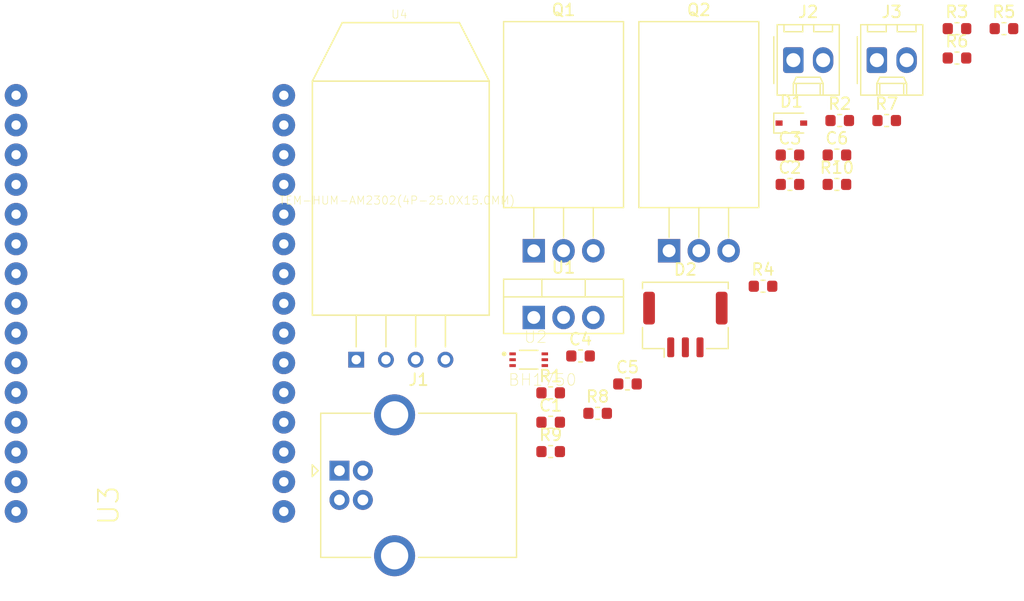
<source format=kicad_pcb>
(kicad_pcb (version 20171130) (host pcbnew "(5.1.5)-3")

  (general
    (thickness 1.6)
    (drawings 0)
    (tracks 0)
    (zones 0)
    (modules 27)
    (nets 42)
  )

  (page A4)
  (layers
    (0 F.Cu signal)
    (31 B.Cu signal)
    (32 B.Adhes user)
    (33 F.Adhes user)
    (34 B.Paste user)
    (35 F.Paste user)
    (36 B.SilkS user)
    (37 F.SilkS user)
    (38 B.Mask user)
    (39 F.Mask user)
    (40 Dwgs.User user)
    (41 Cmts.User user)
    (42 Eco1.User user)
    (43 Eco2.User user)
    (44 Edge.Cuts user)
    (45 Margin user)
    (46 B.CrtYd user)
    (47 F.CrtYd user)
    (48 B.Fab user)
    (49 F.Fab user)
  )

  (setup
    (last_trace_width 0.25)
    (trace_clearance 0.2)
    (zone_clearance 0.508)
    (zone_45_only no)
    (trace_min 0.2)
    (via_size 0.8)
    (via_drill 0.4)
    (via_min_size 0.4)
    (via_min_drill 0.3)
    (uvia_size 0.3)
    (uvia_drill 0.1)
    (uvias_allowed no)
    (uvia_min_size 0.2)
    (uvia_min_drill 0.1)
    (edge_width 0.05)
    (segment_width 0.2)
    (pcb_text_width 0.3)
    (pcb_text_size 1.5 1.5)
    (mod_edge_width 0.12)
    (mod_text_size 1 1)
    (mod_text_width 0.15)
    (pad_size 1.524 1.524)
    (pad_drill 0.762)
    (pad_to_mask_clearance 0.051)
    (solder_mask_min_width 0.25)
    (aux_axis_origin 0 0)
    (visible_elements FFFFFF7F)
    (pcbplotparams
      (layerselection 0x010fc_ffffffff)
      (usegerberextensions false)
      (usegerberattributes false)
      (usegerberadvancedattributes false)
      (creategerberjobfile false)
      (excludeedgelayer true)
      (linewidth 0.100000)
      (plotframeref false)
      (viasonmask false)
      (mode 1)
      (useauxorigin false)
      (hpglpennumber 1)
      (hpglpenspeed 20)
      (hpglpendiameter 15.000000)
      (psnegative false)
      (psa4output false)
      (plotreference true)
      (plotvalue true)
      (plotinvisibletext false)
      (padsonsilk false)
      (subtractmaskfromsilk false)
      (outputformat 1)
      (mirror false)
      (drillshape 1)
      (scaleselection 1)
      (outputdirectory ""))
  )

  (net 0 "")
  (net 1 SOIL)
  (net 2 GND)
  (net 3 +5V)
  (net 4 +3V3)
  (net 5 "Net-(C5-Pad1)")
  (net 6 "Net-(D1-Pad2)")
  (net 7 "Net-(D2-Pad2)")
  (net 8 "Net-(J1-Pad2)")
  (net 9 "Net-(J1-Pad3)")
  (net 10 "Net-(J2-Pad1)")
  (net 11 "Net-(Q1-Pad1)")
  (net 12 "Net-(Q2-Pad1)")
  (net 13 SCL)
  (net 14 SDA)
  (net 15 TEMPERATURE)
  (net 16 PUMP)
  (net 17 LEDSTRIP)
  (net 18 "Net-(U2-Pad2)")
  (net 19 "Net-(U3-PadAD0)")
  (net 20 "Net-(U3-PadRSV@1)")
  (net 21 "Net-(U3-PadSD3)")
  (net 22 "Net-(U3-PadSD2)")
  (net 23 "Net-(U3-PadSD1)")
  (net 24 "Net-(U3-PadCMD)")
  (net 25 "Net-(U3-PadSD0)")
  (net 26 "Net-(U3-PadCLK)")
  (net 27 "Net-(U3-PadGND@0)")
  (net 28 "Net-(U3-Pad3V3@0)")
  (net 29 "Net-(U3-PadEN)")
  (net 30 "Net-(U3-PadRST)")
  (net 31 "Net-(U3-PadD0)")
  (net 32 "Net-(U3-PadD4)")
  (net 33 "Net-(U3-Pad3V3@1)")
  (net 34 "Net-(U3-PadGND@2)")
  (net 35 "Net-(U3-PadD5)")
  (net 36 "Net-(U3-PadD8)")
  (net 37 "Net-(U3-PadRX)")
  (net 38 "Net-(U3-PadTX)")
  (net 39 "Net-(U3-PadGND@3)")
  (net 40 "Net-(U3-Pad3V3@2)")
  (net 41 "Net-(U4-PadP$3)")

  (net_class Default "This is the default net class."
    (clearance 0.2)
    (trace_width 0.25)
    (via_dia 0.8)
    (via_drill 0.4)
    (uvia_dia 0.3)
    (uvia_drill 0.1)
    (add_net +3V3)
    (add_net +5V)
    (add_net GND)
    (add_net LEDSTRIP)
    (add_net "Net-(C5-Pad1)")
    (add_net "Net-(D1-Pad2)")
    (add_net "Net-(D2-Pad2)")
    (add_net "Net-(J1-Pad2)")
    (add_net "Net-(J1-Pad3)")
    (add_net "Net-(J2-Pad1)")
    (add_net "Net-(Q1-Pad1)")
    (add_net "Net-(Q2-Pad1)")
    (add_net "Net-(U2-Pad2)")
    (add_net "Net-(U3-Pad3V3@0)")
    (add_net "Net-(U3-Pad3V3@1)")
    (add_net "Net-(U3-Pad3V3@2)")
    (add_net "Net-(U3-PadAD0)")
    (add_net "Net-(U3-PadCLK)")
    (add_net "Net-(U3-PadCMD)")
    (add_net "Net-(U3-PadD0)")
    (add_net "Net-(U3-PadD4)")
    (add_net "Net-(U3-PadD5)")
    (add_net "Net-(U3-PadD8)")
    (add_net "Net-(U3-PadEN)")
    (add_net "Net-(U3-PadGND@0)")
    (add_net "Net-(U3-PadGND@2)")
    (add_net "Net-(U3-PadGND@3)")
    (add_net "Net-(U3-PadRST)")
    (add_net "Net-(U3-PadRSV@1)")
    (add_net "Net-(U3-PadRX)")
    (add_net "Net-(U3-PadSD0)")
    (add_net "Net-(U3-PadSD1)")
    (add_net "Net-(U3-PadSD2)")
    (add_net "Net-(U3-PadSD3)")
    (add_net "Net-(U3-PadTX)")
    (add_net "Net-(U4-PadP$3)")
    (add_net PUMP)
    (add_net SCL)
    (add_net SDA)
    (add_net SOIL)
    (add_net TEMPERATURE)
  )

  (module Capacitor_SMD:C_0603_1608Metric (layer F.Cu) (tedit 5B301BBE) (tstamp 5E424480)
    (at 165.125001 116.935001)
    (descr "Capacitor SMD 0603 (1608 Metric), square (rectangular) end terminal, IPC_7351 nominal, (Body size source: http://www.tortai-tech.com/upload/download/2011102023233369053.pdf), generated with kicad-footprint-generator")
    (tags capacitor)
    (path /5E365274)
    (attr smd)
    (fp_text reference C1 (at 0 -1.43) (layer F.SilkS)
      (effects (font (size 1 1) (thickness 0.15)))
    )
    (fp_text value 100n (at 0 1.43) (layer F.Fab)
      (effects (font (size 1 1) (thickness 0.15)))
    )
    (fp_line (start -0.8 0.4) (end -0.8 -0.4) (layer F.Fab) (width 0.1))
    (fp_line (start -0.8 -0.4) (end 0.8 -0.4) (layer F.Fab) (width 0.1))
    (fp_line (start 0.8 -0.4) (end 0.8 0.4) (layer F.Fab) (width 0.1))
    (fp_line (start 0.8 0.4) (end -0.8 0.4) (layer F.Fab) (width 0.1))
    (fp_line (start -0.162779 -0.51) (end 0.162779 -0.51) (layer F.SilkS) (width 0.12))
    (fp_line (start -0.162779 0.51) (end 0.162779 0.51) (layer F.SilkS) (width 0.12))
    (fp_line (start -1.48 0.73) (end -1.48 -0.73) (layer F.CrtYd) (width 0.05))
    (fp_line (start -1.48 -0.73) (end 1.48 -0.73) (layer F.CrtYd) (width 0.05))
    (fp_line (start 1.48 -0.73) (end 1.48 0.73) (layer F.CrtYd) (width 0.05))
    (fp_line (start 1.48 0.73) (end -1.48 0.73) (layer F.CrtYd) (width 0.05))
    (fp_text user %R (at 0 0) (layer F.Fab)
      (effects (font (size 0.4 0.4) (thickness 0.06)))
    )
    (pad 1 smd roundrect (at -0.7875 0) (size 0.875 0.95) (layers F.Cu F.Paste F.Mask) (roundrect_rratio 0.25)
      (net 1 SOIL))
    (pad 2 smd roundrect (at 0.7875 0) (size 0.875 0.95) (layers F.Cu F.Paste F.Mask) (roundrect_rratio 0.25)
      (net 2 GND))
    (model ${KISYS3DMOD}/Capacitor_SMD.3dshapes/C_0603_1608Metric.wrl
      (at (xyz 0 0 0))
      (scale (xyz 1 1 1))
      (rotate (xyz 0 0 0))
    )
  )

  (module Capacitor_SMD:C_0603_1608Metric (layer F.Cu) (tedit 5B301BBE) (tstamp 5E424491)
    (at 185.555001 96.615001)
    (descr "Capacitor SMD 0603 (1608 Metric), square (rectangular) end terminal, IPC_7351 nominal, (Body size source: http://www.tortai-tech.com/upload/download/2011102023233369053.pdf), generated with kicad-footprint-generator")
    (tags capacitor)
    (path /5E3C0DBF)
    (attr smd)
    (fp_text reference C2 (at 0 -1.43) (layer F.SilkS)
      (effects (font (size 1 1) (thickness 0.15)))
    )
    (fp_text value 0.33u (at 0 1.43) (layer F.Fab)
      (effects (font (size 1 1) (thickness 0.15)))
    )
    (fp_text user %R (at 0 0) (layer F.Fab)
      (effects (font (size 0.4 0.4) (thickness 0.06)))
    )
    (fp_line (start 1.48 0.73) (end -1.48 0.73) (layer F.CrtYd) (width 0.05))
    (fp_line (start 1.48 -0.73) (end 1.48 0.73) (layer F.CrtYd) (width 0.05))
    (fp_line (start -1.48 -0.73) (end 1.48 -0.73) (layer F.CrtYd) (width 0.05))
    (fp_line (start -1.48 0.73) (end -1.48 -0.73) (layer F.CrtYd) (width 0.05))
    (fp_line (start -0.162779 0.51) (end 0.162779 0.51) (layer F.SilkS) (width 0.12))
    (fp_line (start -0.162779 -0.51) (end 0.162779 -0.51) (layer F.SilkS) (width 0.12))
    (fp_line (start 0.8 0.4) (end -0.8 0.4) (layer F.Fab) (width 0.1))
    (fp_line (start 0.8 -0.4) (end 0.8 0.4) (layer F.Fab) (width 0.1))
    (fp_line (start -0.8 -0.4) (end 0.8 -0.4) (layer F.Fab) (width 0.1))
    (fp_line (start -0.8 0.4) (end -0.8 -0.4) (layer F.Fab) (width 0.1))
    (pad 2 smd roundrect (at 0.7875 0) (size 0.875 0.95) (layers F.Cu F.Paste F.Mask) (roundrect_rratio 0.25)
      (net 2 GND))
    (pad 1 smd roundrect (at -0.7875 0) (size 0.875 0.95) (layers F.Cu F.Paste F.Mask) (roundrect_rratio 0.25)
      (net 3 +5V))
    (model ${KISYS3DMOD}/Capacitor_SMD.3dshapes/C_0603_1608Metric.wrl
      (at (xyz 0 0 0))
      (scale (xyz 1 1 1))
      (rotate (xyz 0 0 0))
    )
  )

  (module Capacitor_SMD:C_0603_1608Metric (layer F.Cu) (tedit 5B301BBE) (tstamp 5E4244A2)
    (at 185.555001 94.105001)
    (descr "Capacitor SMD 0603 (1608 Metric), square (rectangular) end terminal, IPC_7351 nominal, (Body size source: http://www.tortai-tech.com/upload/download/2011102023233369053.pdf), generated with kicad-footprint-generator")
    (tags capacitor)
    (path /5E5D84B8)
    (attr smd)
    (fp_text reference C3 (at 0 -1.43) (layer F.SilkS)
      (effects (font (size 1 1) (thickness 0.15)))
    )
    (fp_text value 100n (at 0 1.43) (layer F.Fab)
      (effects (font (size 1 1) (thickness 0.15)))
    )
    (fp_text user %R (at 0 0) (layer F.Fab)
      (effects (font (size 0.4 0.4) (thickness 0.06)))
    )
    (fp_line (start 1.48 0.73) (end -1.48 0.73) (layer F.CrtYd) (width 0.05))
    (fp_line (start 1.48 -0.73) (end 1.48 0.73) (layer F.CrtYd) (width 0.05))
    (fp_line (start -1.48 -0.73) (end 1.48 -0.73) (layer F.CrtYd) (width 0.05))
    (fp_line (start -1.48 0.73) (end -1.48 -0.73) (layer F.CrtYd) (width 0.05))
    (fp_line (start -0.162779 0.51) (end 0.162779 0.51) (layer F.SilkS) (width 0.12))
    (fp_line (start -0.162779 -0.51) (end 0.162779 -0.51) (layer F.SilkS) (width 0.12))
    (fp_line (start 0.8 0.4) (end -0.8 0.4) (layer F.Fab) (width 0.1))
    (fp_line (start 0.8 -0.4) (end 0.8 0.4) (layer F.Fab) (width 0.1))
    (fp_line (start -0.8 -0.4) (end 0.8 -0.4) (layer F.Fab) (width 0.1))
    (fp_line (start -0.8 0.4) (end -0.8 -0.4) (layer F.Fab) (width 0.1))
    (pad 2 smd roundrect (at 0.7875 0) (size 0.875 0.95) (layers F.Cu F.Paste F.Mask) (roundrect_rratio 0.25)
      (net 2 GND))
    (pad 1 smd roundrect (at -0.7875 0) (size 0.875 0.95) (layers F.Cu F.Paste F.Mask) (roundrect_rratio 0.25)
      (net 4 +3V3))
    (model ${KISYS3DMOD}/Capacitor_SMD.3dshapes/C_0603_1608Metric.wrl
      (at (xyz 0 0 0))
      (scale (xyz 1 1 1))
      (rotate (xyz 0 0 0))
    )
  )

  (module Capacitor_SMD:C_0603_1608Metric (layer F.Cu) (tedit 5B301BBE) (tstamp 5E4244B3)
    (at 167.675001 111.275001)
    (descr "Capacitor SMD 0603 (1608 Metric), square (rectangular) end terminal, IPC_7351 nominal, (Body size source: http://www.tortai-tech.com/upload/download/2011102023233369053.pdf), generated with kicad-footprint-generator")
    (tags capacitor)
    (path /5E3BE449)
    (attr smd)
    (fp_text reference C4 (at 0 -1.43) (layer F.SilkS)
      (effects (font (size 1 1) (thickness 0.15)))
    )
    (fp_text value 100u (at 0 1.43) (layer F.Fab)
      (effects (font (size 1 1) (thickness 0.15)))
    )
    (fp_text user %R (at 0 0) (layer F.Fab)
      (effects (font (size 0.4 0.4) (thickness 0.06)))
    )
    (fp_line (start 1.48 0.73) (end -1.48 0.73) (layer F.CrtYd) (width 0.05))
    (fp_line (start 1.48 -0.73) (end 1.48 0.73) (layer F.CrtYd) (width 0.05))
    (fp_line (start -1.48 -0.73) (end 1.48 -0.73) (layer F.CrtYd) (width 0.05))
    (fp_line (start -1.48 0.73) (end -1.48 -0.73) (layer F.CrtYd) (width 0.05))
    (fp_line (start -0.162779 0.51) (end 0.162779 0.51) (layer F.SilkS) (width 0.12))
    (fp_line (start -0.162779 -0.51) (end 0.162779 -0.51) (layer F.SilkS) (width 0.12))
    (fp_line (start 0.8 0.4) (end -0.8 0.4) (layer F.Fab) (width 0.1))
    (fp_line (start 0.8 -0.4) (end 0.8 0.4) (layer F.Fab) (width 0.1))
    (fp_line (start -0.8 -0.4) (end 0.8 -0.4) (layer F.Fab) (width 0.1))
    (fp_line (start -0.8 0.4) (end -0.8 -0.4) (layer F.Fab) (width 0.1))
    (pad 2 smd roundrect (at 0.7875 0) (size 0.875 0.95) (layers F.Cu F.Paste F.Mask) (roundrect_rratio 0.25)
      (net 2 GND))
    (pad 1 smd roundrect (at -0.7875 0) (size 0.875 0.95) (layers F.Cu F.Paste F.Mask) (roundrect_rratio 0.25)
      (net 4 +3V3))
    (model ${KISYS3DMOD}/Capacitor_SMD.3dshapes/C_0603_1608Metric.wrl
      (at (xyz 0 0 0))
      (scale (xyz 1 1 1))
      (rotate (xyz 0 0 0))
    )
  )

  (module Capacitor_SMD:C_0603_1608Metric (layer F.Cu) (tedit 5B301BBE) (tstamp 5E4244C4)
    (at 171.685001 113.665001)
    (descr "Capacitor SMD 0603 (1608 Metric), square (rectangular) end terminal, IPC_7351 nominal, (Body size source: http://www.tortai-tech.com/upload/download/2011102023233369053.pdf), generated with kicad-footprint-generator")
    (tags capacitor)
    (path /5E36AB33)
    (attr smd)
    (fp_text reference C5 (at 0 -1.43) (layer F.SilkS)
      (effects (font (size 1 1) (thickness 0.15)))
    )
    (fp_text value 100n (at 0 1.43) (layer F.Fab)
      (effects (font (size 1 1) (thickness 0.15)))
    )
    (fp_line (start -0.8 0.4) (end -0.8 -0.4) (layer F.Fab) (width 0.1))
    (fp_line (start -0.8 -0.4) (end 0.8 -0.4) (layer F.Fab) (width 0.1))
    (fp_line (start 0.8 -0.4) (end 0.8 0.4) (layer F.Fab) (width 0.1))
    (fp_line (start 0.8 0.4) (end -0.8 0.4) (layer F.Fab) (width 0.1))
    (fp_line (start -0.162779 -0.51) (end 0.162779 -0.51) (layer F.SilkS) (width 0.12))
    (fp_line (start -0.162779 0.51) (end 0.162779 0.51) (layer F.SilkS) (width 0.12))
    (fp_line (start -1.48 0.73) (end -1.48 -0.73) (layer F.CrtYd) (width 0.05))
    (fp_line (start -1.48 -0.73) (end 1.48 -0.73) (layer F.CrtYd) (width 0.05))
    (fp_line (start 1.48 -0.73) (end 1.48 0.73) (layer F.CrtYd) (width 0.05))
    (fp_line (start 1.48 0.73) (end -1.48 0.73) (layer F.CrtYd) (width 0.05))
    (fp_text user %R (at 0 0) (layer F.Fab)
      (effects (font (size 0.4 0.4) (thickness 0.06)))
    )
    (pad 1 smd roundrect (at -0.7875 0) (size 0.875 0.95) (layers F.Cu F.Paste F.Mask) (roundrect_rratio 0.25)
      (net 5 "Net-(C5-Pad1)"))
    (pad 2 smd roundrect (at 0.7875 0) (size 0.875 0.95) (layers F.Cu F.Paste F.Mask) (roundrect_rratio 0.25)
      (net 2 GND))
    (model ${KISYS3DMOD}/Capacitor_SMD.3dshapes/C_0603_1608Metric.wrl
      (at (xyz 0 0 0))
      (scale (xyz 1 1 1))
      (rotate (xyz 0 0 0))
    )
  )

  (module Capacitor_SMD:C_0603_1608Metric (layer F.Cu) (tedit 5B301BBE) (tstamp 5E4244D5)
    (at 189.565001 94.105001)
    (descr "Capacitor SMD 0603 (1608 Metric), square (rectangular) end terminal, IPC_7351 nominal, (Body size source: http://www.tortai-tech.com/upload/download/2011102023233369053.pdf), generated with kicad-footprint-generator")
    (tags capacitor)
    (path /5E4AD65A)
    (attr smd)
    (fp_text reference C6 (at 0 -1.43) (layer F.SilkS)
      (effects (font (size 1 1) (thickness 0.15)))
    )
    (fp_text value 100n (at 0 1.43) (layer F.Fab)
      (effects (font (size 1 1) (thickness 0.15)))
    )
    (fp_line (start -0.8 0.4) (end -0.8 -0.4) (layer F.Fab) (width 0.1))
    (fp_line (start -0.8 -0.4) (end 0.8 -0.4) (layer F.Fab) (width 0.1))
    (fp_line (start 0.8 -0.4) (end 0.8 0.4) (layer F.Fab) (width 0.1))
    (fp_line (start 0.8 0.4) (end -0.8 0.4) (layer F.Fab) (width 0.1))
    (fp_line (start -0.162779 -0.51) (end 0.162779 -0.51) (layer F.SilkS) (width 0.12))
    (fp_line (start -0.162779 0.51) (end 0.162779 0.51) (layer F.SilkS) (width 0.12))
    (fp_line (start -1.48 0.73) (end -1.48 -0.73) (layer F.CrtYd) (width 0.05))
    (fp_line (start -1.48 -0.73) (end 1.48 -0.73) (layer F.CrtYd) (width 0.05))
    (fp_line (start 1.48 -0.73) (end 1.48 0.73) (layer F.CrtYd) (width 0.05))
    (fp_line (start 1.48 0.73) (end -1.48 0.73) (layer F.CrtYd) (width 0.05))
    (fp_text user %R (at 0 0) (layer F.Fab)
      (effects (font (size 0.4 0.4) (thickness 0.06)))
    )
    (pad 1 smd roundrect (at -0.7875 0) (size 0.875 0.95) (layers F.Cu F.Paste F.Mask) (roundrect_rratio 0.25)
      (net 4 +3V3))
    (pad 2 smd roundrect (at 0.7875 0) (size 0.875 0.95) (layers F.Cu F.Paste F.Mask) (roundrect_rratio 0.25)
      (net 2 GND))
    (model ${KISYS3DMOD}/Capacitor_SMD.3dshapes/C_0603_1608Metric.wrl
      (at (xyz 0 0 0))
      (scale (xyz 1 1 1))
      (rotate (xyz 0 0 0))
    )
  )

  (module Diode_SMD:D_SOD-323 (layer F.Cu) (tedit 58641739) (tstamp 5E4244ED)
    (at 185.675001 91.375001)
    (descr SOD-323)
    (tags SOD-323)
    (path /5E3515ED)
    (attr smd)
    (fp_text reference D1 (at 0 -1.85) (layer F.SilkS)
      (effects (font (size 1 1) (thickness 0.15)))
    )
    (fp_text value D1 (at 0.1 1.9) (layer F.Fab)
      (effects (font (size 1 1) (thickness 0.15)))
    )
    (fp_text user %R (at 0 -1.85) (layer F.Fab)
      (effects (font (size 1 1) (thickness 0.15)))
    )
    (fp_line (start -1.5 -0.85) (end -1.5 0.85) (layer F.SilkS) (width 0.12))
    (fp_line (start 0.2 0) (end 0.45 0) (layer F.Fab) (width 0.1))
    (fp_line (start 0.2 0.35) (end -0.3 0) (layer F.Fab) (width 0.1))
    (fp_line (start 0.2 -0.35) (end 0.2 0.35) (layer F.Fab) (width 0.1))
    (fp_line (start -0.3 0) (end 0.2 -0.35) (layer F.Fab) (width 0.1))
    (fp_line (start -0.3 0) (end -0.5 0) (layer F.Fab) (width 0.1))
    (fp_line (start -0.3 -0.35) (end -0.3 0.35) (layer F.Fab) (width 0.1))
    (fp_line (start -0.9 0.7) (end -0.9 -0.7) (layer F.Fab) (width 0.1))
    (fp_line (start 0.9 0.7) (end -0.9 0.7) (layer F.Fab) (width 0.1))
    (fp_line (start 0.9 -0.7) (end 0.9 0.7) (layer F.Fab) (width 0.1))
    (fp_line (start -0.9 -0.7) (end 0.9 -0.7) (layer F.Fab) (width 0.1))
    (fp_line (start -1.6 -0.95) (end 1.6 -0.95) (layer F.CrtYd) (width 0.05))
    (fp_line (start 1.6 -0.95) (end 1.6 0.95) (layer F.CrtYd) (width 0.05))
    (fp_line (start -1.6 0.95) (end 1.6 0.95) (layer F.CrtYd) (width 0.05))
    (fp_line (start -1.6 -0.95) (end -1.6 0.95) (layer F.CrtYd) (width 0.05))
    (fp_line (start -1.5 0.85) (end 1.05 0.85) (layer F.SilkS) (width 0.12))
    (fp_line (start -1.5 -0.85) (end 1.05 -0.85) (layer F.SilkS) (width 0.12))
    (pad 1 smd rect (at -1.05 0) (size 0.6 0.45) (layers F.Cu F.Paste F.Mask)
      (net 3 +5V))
    (pad 2 smd rect (at 1.05 0) (size 0.6 0.45) (layers F.Cu F.Paste F.Mask)
      (net 6 "Net-(D1-Pad2)"))
    (model ${KISYS3DMOD}/Diode_SMD.3dshapes/D_SOD-323.wrl
      (at (xyz 0 0 0))
      (scale (xyz 1 1 1))
      (rotate (xyz 0 0 0))
    )
  )

  (module Connector_Molex:Molex_CLIK-Mate_502382-0370_1x03-1MP_P1.25mm_Vertical (layer F.Cu) (tedit 5B78AD89) (tstamp 5E424509)
    (at 176.625001 108.585001)
    (descr "Molex CLIK-Mate series connector, 502382-0370 (http://www.molex.com/pdm_docs/sd/5023820270_sd.pdf), generated with kicad-footprint-generator")
    (tags "connector Molex CLIK-Mate side entry")
    (path /5E34A386)
    (attr smd)
    (fp_text reference D2 (at 0 -4.7) (layer F.SilkS)
      (effects (font (size 1 1) (thickness 0.15)))
    )
    (fp_text value "LED strip" (at 0 4) (layer F.Fab)
      (effects (font (size 1 1) (thickness 0.15)))
    )
    (fp_line (start -3.55 1.95) (end 3.55 1.95) (layer F.Fab) (width 0.1))
    (fp_line (start -3.66 0.26) (end -3.66 2.06) (layer F.SilkS) (width 0.12))
    (fp_line (start -3.66 2.06) (end -1.81 2.06) (layer F.SilkS) (width 0.12))
    (fp_line (start -1.81 2.06) (end -1.81 2.8) (layer F.SilkS) (width 0.12))
    (fp_line (start 3.66 0.26) (end 3.66 2.06) (layer F.SilkS) (width 0.12))
    (fp_line (start 3.66 2.06) (end 1.81 2.06) (layer F.SilkS) (width 0.12))
    (fp_line (start -3.66 -3.06) (end -3.66 -3.61) (layer F.SilkS) (width 0.12))
    (fp_line (start -3.66 -3.61) (end 3.66 -3.61) (layer F.SilkS) (width 0.12))
    (fp_line (start 3.66 -3.61) (end 3.66 -3.06) (layer F.SilkS) (width 0.12))
    (fp_line (start -3.55 -3.5) (end 3.55 -3.5) (layer F.Fab) (width 0.1))
    (fp_line (start -3.55 1.95) (end -3.55 -3.5) (layer F.Fab) (width 0.1))
    (fp_line (start 3.55 1.95) (end 3.55 -3.5) (layer F.Fab) (width 0.1))
    (fp_line (start -4.1 -4) (end -4.1 3.3) (layer F.CrtYd) (width 0.05))
    (fp_line (start -4.1 3.3) (end 4.1 3.3) (layer F.CrtYd) (width 0.05))
    (fp_line (start 4.1 3.3) (end 4.1 -4) (layer F.CrtYd) (width 0.05))
    (fp_line (start 4.1 -4) (end -4.1 -4) (layer F.CrtYd) (width 0.05))
    (fp_line (start -1.75 1.95) (end -1.25 1.242893) (layer F.Fab) (width 0.1))
    (fp_line (start -1.25 1.242893) (end -0.75 1.95) (layer F.Fab) (width 0.1))
    (fp_text user %R (at 0 -0.77) (layer F.Fab)
      (effects (font (size 1 1) (thickness 0.15)))
    )
    (pad 1 smd roundrect (at -1.25 1.95) (size 0.6 1.7) (layers F.Cu F.Paste F.Mask) (roundrect_rratio 0.25)
      (net 3 +5V))
    (pad 2 smd roundrect (at 0 1.95) (size 0.6 1.7) (layers F.Cu F.Paste F.Mask) (roundrect_rratio 0.25)
      (net 7 "Net-(D2-Pad2)"))
    (pad 3 smd roundrect (at 1.25 1.95) (size 0.6 1.7) (layers F.Cu F.Paste F.Mask) (roundrect_rratio 0.25))
    (pad MP smd roundrect (at -3.1 -1.4) (size 1 2.8) (layers F.Cu F.Paste F.Mask) (roundrect_rratio 0.25))
    (pad MP smd roundrect (at 3.1 -1.4) (size 1 2.8) (layers F.Cu F.Paste F.Mask) (roundrect_rratio 0.25))
    (model ${KISYS3DMOD}/Connector_Molex.3dshapes/Molex_CLIK-Mate_502382-0370_1x03-1MP_P1.25mm_Vertical.wrl
      (at (xyz 0 0 0))
      (scale (xyz 1 1 1))
      (rotate (xyz 0 0 0))
    )
  )

  (module Connector_USB:USB_B_OST_USB-B1HSxx_Horizontal (layer F.Cu) (tedit 5AFE01FF) (tstamp 5E424526)
    (at 147.090001 121.075001)
    (descr "USB B receptacle, Horizontal, through-hole, http://www.on-shore.com/wp-content/uploads/2015/09/usb-b1hsxx.pdf")
    (tags "USB-B receptacle horizontal through-hole")
    (path /5E65D1DF)
    (fp_text reference J1 (at 6.76 -7.77) (layer F.SilkS)
      (effects (font (size 1 1) (thickness 0.15)))
    )
    (fp_text value USB_B (at 6.76 10.27) (layer F.Fab)
      (effects (font (size 1 1) (thickness 0.15)))
    )
    (fp_line (start -0.49 -4.8) (end 15.01 -4.8) (layer F.Fab) (width 0.1))
    (fp_line (start 15.01 -4.8) (end 15.01 7.3) (layer F.Fab) (width 0.1))
    (fp_line (start 15.01 7.3) (end -1.49 7.3) (layer F.Fab) (width 0.1))
    (fp_line (start -1.49 7.3) (end -1.49 -3.8) (layer F.Fab) (width 0.1))
    (fp_line (start -1.49 -3.8) (end -0.49 -4.8) (layer F.Fab) (width 0.1))
    (fp_line (start 2.66 -4.91) (end -1.6 -4.91) (layer F.SilkS) (width 0.12))
    (fp_line (start -1.6 -4.91) (end -1.6 7.41) (layer F.SilkS) (width 0.12))
    (fp_line (start -1.6 7.41) (end 2.66 7.41) (layer F.SilkS) (width 0.12))
    (fp_line (start 6.76 -4.91) (end 15.12 -4.91) (layer F.SilkS) (width 0.12))
    (fp_line (start 15.12 -4.91) (end 15.12 7.41) (layer F.SilkS) (width 0.12))
    (fp_line (start 15.12 7.41) (end 6.76 7.41) (layer F.SilkS) (width 0.12))
    (fp_line (start -1.82 0) (end -2.32 -0.5) (layer F.SilkS) (width 0.12))
    (fp_line (start -2.32 -0.5) (end -2.32 0.5) (layer F.SilkS) (width 0.12))
    (fp_line (start -2.32 0.5) (end -1.82 0) (layer F.SilkS) (width 0.12))
    (fp_line (start -1.99 -7.02) (end -1.99 9.52) (layer F.CrtYd) (width 0.05))
    (fp_line (start -1.99 9.52) (end 15.51 9.52) (layer F.CrtYd) (width 0.05))
    (fp_line (start 15.51 9.52) (end 15.51 -7.02) (layer F.CrtYd) (width 0.05))
    (fp_line (start 15.51 -7.02) (end -1.99 -7.02) (layer F.CrtYd) (width 0.05))
    (fp_text user %R (at 6.76 1.25) (layer F.Fab)
      (effects (font (size 1 1) (thickness 0.15)))
    )
    (pad 1 thru_hole rect (at 0 0) (size 1.7 1.7) (drill 0.92) (layers *.Cu *.Mask)
      (net 3 +5V))
    (pad 2 thru_hole circle (at 0 2.5) (size 1.7 1.7) (drill 0.92) (layers *.Cu *.Mask)
      (net 8 "Net-(J1-Pad2)"))
    (pad 3 thru_hole circle (at 2 2.5) (size 1.7 1.7) (drill 0.92) (layers *.Cu *.Mask)
      (net 9 "Net-(J1-Pad3)"))
    (pad 4 thru_hole circle (at 2 0) (size 1.7 1.7) (drill 0.92) (layers *.Cu *.Mask)
      (net 2 GND))
    (pad 5 thru_hole circle (at 4.71 -4.77) (size 3.5 3.5) (drill 2.33) (layers *.Cu *.Mask)
      (net 2 GND))
    (pad 5 thru_hole circle (at 4.71 7.27) (size 3.5 3.5) (drill 2.33) (layers *.Cu *.Mask)
      (net 2 GND))
    (model ${KISYS3DMOD}/Connector_USB.3dshapes/USB_B_OST_USB-B1HSxx_Horizontal.wrl
      (at (xyz 0 0 0))
      (scale (xyz 1 1 1))
      (rotate (xyz 0 0 0))
    )
  )

  (module Connector_Molex:Molex_KK-254_AE-6410-02A_1x02_P2.54mm_Vertical (layer F.Cu) (tedit 5B78013E) (tstamp 5E42454A)
    (at 185.845001 85.995001)
    (descr "Molex KK-254 Interconnect System, old/engineering part number: AE-6410-02A example for new part number: 22-27-2021, 2 Pins (http://www.molex.com/pdm_docs/sd/022272021_sd.pdf), generated with kicad-footprint-generator")
    (tags "connector Molex KK-254 side entry")
    (path /5E5BE0CC)
    (fp_text reference J2 (at 1.27 -4.12) (layer F.SilkS)
      (effects (font (size 1 1) (thickness 0.15)))
    )
    (fp_text value "soil moisture sensor" (at 1.27 4.08) (layer F.Fab)
      (effects (font (size 1 1) (thickness 0.15)))
    )
    (fp_text user %R (at 1.27 -2.22) (layer F.Fab)
      (effects (font (size 1 1) (thickness 0.15)))
    )
    (fp_line (start 4.31 -3.42) (end -1.77 -3.42) (layer F.CrtYd) (width 0.05))
    (fp_line (start 4.31 3.38) (end 4.31 -3.42) (layer F.CrtYd) (width 0.05))
    (fp_line (start -1.77 3.38) (end 4.31 3.38) (layer F.CrtYd) (width 0.05))
    (fp_line (start -1.77 -3.42) (end -1.77 3.38) (layer F.CrtYd) (width 0.05))
    (fp_line (start 3.34 -2.43) (end 3.34 -3.03) (layer F.SilkS) (width 0.12))
    (fp_line (start 1.74 -2.43) (end 3.34 -2.43) (layer F.SilkS) (width 0.12))
    (fp_line (start 1.74 -3.03) (end 1.74 -2.43) (layer F.SilkS) (width 0.12))
    (fp_line (start 0.8 -2.43) (end 0.8 -3.03) (layer F.SilkS) (width 0.12))
    (fp_line (start -0.8 -2.43) (end 0.8 -2.43) (layer F.SilkS) (width 0.12))
    (fp_line (start -0.8 -3.03) (end -0.8 -2.43) (layer F.SilkS) (width 0.12))
    (fp_line (start 2.29 2.99) (end 2.29 1.99) (layer F.SilkS) (width 0.12))
    (fp_line (start 0.25 2.99) (end 0.25 1.99) (layer F.SilkS) (width 0.12))
    (fp_line (start 2.29 1.46) (end 2.54 1.99) (layer F.SilkS) (width 0.12))
    (fp_line (start 0.25 1.46) (end 2.29 1.46) (layer F.SilkS) (width 0.12))
    (fp_line (start 0 1.99) (end 0.25 1.46) (layer F.SilkS) (width 0.12))
    (fp_line (start 2.54 1.99) (end 2.54 2.99) (layer F.SilkS) (width 0.12))
    (fp_line (start 0 1.99) (end 2.54 1.99) (layer F.SilkS) (width 0.12))
    (fp_line (start 0 2.99) (end 0 1.99) (layer F.SilkS) (width 0.12))
    (fp_line (start -0.562893 0) (end -1.27 0.5) (layer F.Fab) (width 0.1))
    (fp_line (start -1.27 -0.5) (end -0.562893 0) (layer F.Fab) (width 0.1))
    (fp_line (start -1.67 -2) (end -1.67 2) (layer F.SilkS) (width 0.12))
    (fp_line (start 3.92 -3.03) (end -1.38 -3.03) (layer F.SilkS) (width 0.12))
    (fp_line (start 3.92 2.99) (end 3.92 -3.03) (layer F.SilkS) (width 0.12))
    (fp_line (start -1.38 2.99) (end 3.92 2.99) (layer F.SilkS) (width 0.12))
    (fp_line (start -1.38 -3.03) (end -1.38 2.99) (layer F.SilkS) (width 0.12))
    (fp_line (start 3.81 -2.92) (end -1.27 -2.92) (layer F.Fab) (width 0.1))
    (fp_line (start 3.81 2.88) (end 3.81 -2.92) (layer F.Fab) (width 0.1))
    (fp_line (start -1.27 2.88) (end 3.81 2.88) (layer F.Fab) (width 0.1))
    (fp_line (start -1.27 -2.92) (end -1.27 2.88) (layer F.Fab) (width 0.1))
    (pad 2 thru_hole oval (at 2.54 0) (size 1.74 2.2) (drill 1.2) (layers *.Cu *.Mask)
      (net 1 SOIL))
    (pad 1 thru_hole roundrect (at 0 0) (size 1.74 2.2) (drill 1.2) (layers *.Cu *.Mask) (roundrect_rratio 0.143678)
      (net 10 "Net-(J2-Pad1)"))
    (model ${KISYS3DMOD}/Connector_Molex.3dshapes/Molex_KK-254_AE-6410-02A_1x02_P2.54mm_Vertical.wrl
      (at (xyz 0 0 0))
      (scale (xyz 1 1 1))
      (rotate (xyz 0 0 0))
    )
  )

  (module Connector_Molex:Molex_KK-254_AE-6410-02A_1x02_P2.54mm_Vertical (layer F.Cu) (tedit 5B78013E) (tstamp 5E42456E)
    (at 192.975001 85.995001)
    (descr "Molex KK-254 Interconnect System, old/engineering part number: AE-6410-02A example for new part number: 22-27-2021, 2 Pins (http://www.molex.com/pdm_docs/sd/022272021_sd.pdf), generated with kicad-footprint-generator")
    (tags "connector Molex KK-254 side entry")
    (path /5E410F95)
    (fp_text reference J3 (at 1.27 -4.12) (layer F.SilkS)
      (effects (font (size 1 1) (thickness 0.15)))
    )
    (fp_text value "water pump" (at 1.27 4.08) (layer F.Fab)
      (effects (font (size 1 1) (thickness 0.15)))
    )
    (fp_line (start -1.27 -2.92) (end -1.27 2.88) (layer F.Fab) (width 0.1))
    (fp_line (start -1.27 2.88) (end 3.81 2.88) (layer F.Fab) (width 0.1))
    (fp_line (start 3.81 2.88) (end 3.81 -2.92) (layer F.Fab) (width 0.1))
    (fp_line (start 3.81 -2.92) (end -1.27 -2.92) (layer F.Fab) (width 0.1))
    (fp_line (start -1.38 -3.03) (end -1.38 2.99) (layer F.SilkS) (width 0.12))
    (fp_line (start -1.38 2.99) (end 3.92 2.99) (layer F.SilkS) (width 0.12))
    (fp_line (start 3.92 2.99) (end 3.92 -3.03) (layer F.SilkS) (width 0.12))
    (fp_line (start 3.92 -3.03) (end -1.38 -3.03) (layer F.SilkS) (width 0.12))
    (fp_line (start -1.67 -2) (end -1.67 2) (layer F.SilkS) (width 0.12))
    (fp_line (start -1.27 -0.5) (end -0.562893 0) (layer F.Fab) (width 0.1))
    (fp_line (start -0.562893 0) (end -1.27 0.5) (layer F.Fab) (width 0.1))
    (fp_line (start 0 2.99) (end 0 1.99) (layer F.SilkS) (width 0.12))
    (fp_line (start 0 1.99) (end 2.54 1.99) (layer F.SilkS) (width 0.12))
    (fp_line (start 2.54 1.99) (end 2.54 2.99) (layer F.SilkS) (width 0.12))
    (fp_line (start 0 1.99) (end 0.25 1.46) (layer F.SilkS) (width 0.12))
    (fp_line (start 0.25 1.46) (end 2.29 1.46) (layer F.SilkS) (width 0.12))
    (fp_line (start 2.29 1.46) (end 2.54 1.99) (layer F.SilkS) (width 0.12))
    (fp_line (start 0.25 2.99) (end 0.25 1.99) (layer F.SilkS) (width 0.12))
    (fp_line (start 2.29 2.99) (end 2.29 1.99) (layer F.SilkS) (width 0.12))
    (fp_line (start -0.8 -3.03) (end -0.8 -2.43) (layer F.SilkS) (width 0.12))
    (fp_line (start -0.8 -2.43) (end 0.8 -2.43) (layer F.SilkS) (width 0.12))
    (fp_line (start 0.8 -2.43) (end 0.8 -3.03) (layer F.SilkS) (width 0.12))
    (fp_line (start 1.74 -3.03) (end 1.74 -2.43) (layer F.SilkS) (width 0.12))
    (fp_line (start 1.74 -2.43) (end 3.34 -2.43) (layer F.SilkS) (width 0.12))
    (fp_line (start 3.34 -2.43) (end 3.34 -3.03) (layer F.SilkS) (width 0.12))
    (fp_line (start -1.77 -3.42) (end -1.77 3.38) (layer F.CrtYd) (width 0.05))
    (fp_line (start -1.77 3.38) (end 4.31 3.38) (layer F.CrtYd) (width 0.05))
    (fp_line (start 4.31 3.38) (end 4.31 -3.42) (layer F.CrtYd) (width 0.05))
    (fp_line (start 4.31 -3.42) (end -1.77 -3.42) (layer F.CrtYd) (width 0.05))
    (fp_text user %R (at 1.27 -2.22) (layer F.Fab)
      (effects (font (size 1 1) (thickness 0.15)))
    )
    (pad 1 thru_hole roundrect (at 0 0) (size 1.74 2.2) (drill 1.2) (layers *.Cu *.Mask) (roundrect_rratio 0.143678)
      (net 3 +5V))
    (pad 2 thru_hole oval (at 2.54 0) (size 1.74 2.2) (drill 1.2) (layers *.Cu *.Mask)
      (net 6 "Net-(D1-Pad2)"))
    (model ${KISYS3DMOD}/Connector_Molex.3dshapes/Molex_KK-254_AE-6410-02A_1x02_P2.54mm_Vertical.wrl
      (at (xyz 0 0 0))
      (scale (xyz 1 1 1))
      (rotate (xyz 0 0 0))
    )
  )

  (module Package_TO_SOT_THT:TO-220-3_Horizontal_TabDown (layer F.Cu) (tedit 5AC8BA0D) (tstamp 5E42458E)
    (at 163.685001 102.285001)
    (descr "TO-220-3, Horizontal, RM 2.54mm, see https://www.vishay.com/docs/66542/to-220-1.pdf")
    (tags "TO-220-3 Horizontal RM 2.54mm")
    (path /5E406AA8)
    (fp_text reference Q1 (at 2.54 -20.58) (layer F.SilkS)
      (effects (font (size 1 1) (thickness 0.15)))
    )
    (fp_text value IRL1404Z (at 2.54 2) (layer F.Fab)
      (effects (font (size 1 1) (thickness 0.15)))
    )
    (fp_circle (center 2.54 -16.66) (end 4.39 -16.66) (layer F.Fab) (width 0.1))
    (fp_line (start -2.46 -13.06) (end -2.46 -19.46) (layer F.Fab) (width 0.1))
    (fp_line (start -2.46 -19.46) (end 7.54 -19.46) (layer F.Fab) (width 0.1))
    (fp_line (start 7.54 -19.46) (end 7.54 -13.06) (layer F.Fab) (width 0.1))
    (fp_line (start 7.54 -13.06) (end -2.46 -13.06) (layer F.Fab) (width 0.1))
    (fp_line (start -2.46 -3.81) (end -2.46 -13.06) (layer F.Fab) (width 0.1))
    (fp_line (start -2.46 -13.06) (end 7.54 -13.06) (layer F.Fab) (width 0.1))
    (fp_line (start 7.54 -13.06) (end 7.54 -3.81) (layer F.Fab) (width 0.1))
    (fp_line (start 7.54 -3.81) (end -2.46 -3.81) (layer F.Fab) (width 0.1))
    (fp_line (start 0 -3.81) (end 0 0) (layer F.Fab) (width 0.1))
    (fp_line (start 2.54 -3.81) (end 2.54 0) (layer F.Fab) (width 0.1))
    (fp_line (start 5.08 -3.81) (end 5.08 0) (layer F.Fab) (width 0.1))
    (fp_line (start -2.58 -3.69) (end 7.66 -3.69) (layer F.SilkS) (width 0.12))
    (fp_line (start -2.58 -19.58) (end 7.66 -19.58) (layer F.SilkS) (width 0.12))
    (fp_line (start -2.58 -19.58) (end -2.58 -3.69) (layer F.SilkS) (width 0.12))
    (fp_line (start 7.66 -19.58) (end 7.66 -3.69) (layer F.SilkS) (width 0.12))
    (fp_line (start 0 -3.69) (end 0 -1.15) (layer F.SilkS) (width 0.12))
    (fp_line (start 2.54 -3.69) (end 2.54 -1.15) (layer F.SilkS) (width 0.12))
    (fp_line (start 5.08 -3.69) (end 5.08 -1.15) (layer F.SilkS) (width 0.12))
    (fp_line (start -2.71 -19.71) (end -2.71 1.25) (layer F.CrtYd) (width 0.05))
    (fp_line (start -2.71 1.25) (end 7.79 1.25) (layer F.CrtYd) (width 0.05))
    (fp_line (start 7.79 1.25) (end 7.79 -19.71) (layer F.CrtYd) (width 0.05))
    (fp_line (start 7.79 -19.71) (end -2.71 -19.71) (layer F.CrtYd) (width 0.05))
    (fp_text user %R (at 2.54 -20.58) (layer F.Fab)
      (effects (font (size 1 1) (thickness 0.15)))
    )
    (pad "" np_thru_hole oval (at 2.54 -16.66) (size 3.5 3.5) (drill 3.5) (layers *.Cu *.Mask))
    (pad 1 thru_hole rect (at 0 0) (size 1.905 2) (drill 1.1) (layers *.Cu *.Mask)
      (net 11 "Net-(Q1-Pad1)"))
    (pad 2 thru_hole oval (at 2.54 0) (size 1.905 2) (drill 1.1) (layers *.Cu *.Mask)
      (net 6 "Net-(D1-Pad2)"))
    (pad 3 thru_hole oval (at 5.08 0) (size 1.905 2) (drill 1.1) (layers *.Cu *.Mask)
      (net 2 GND))
    (model ${KISYS3DMOD}/Package_TO_SOT_THT.3dshapes/TO-220-3_Horizontal_TabDown.wrl
      (at (xyz 0 0 0))
      (scale (xyz 1 1 1))
      (rotate (xyz 0 0 0))
    )
  )

  (module Package_TO_SOT_THT:TO-220-3_Horizontal_TabDown (layer F.Cu) (tedit 5AC8BA0D) (tstamp 5E4245AE)
    (at 175.235001 102.285001)
    (descr "TO-220-3, Horizontal, RM 2.54mm, see https://www.vishay.com/docs/66542/to-220-1.pdf")
    (tags "TO-220-3 Horizontal RM 2.54mm")
    (path /5E3EDD8D)
    (fp_text reference Q2 (at 2.54 -20.58) (layer F.SilkS)
      (effects (font (size 1 1) (thickness 0.15)))
    )
    (fp_text value IRL1404Z (at 2.54 2) (layer F.Fab)
      (effects (font (size 1 1) (thickness 0.15)))
    )
    (fp_text user %R (at 2.54 -20.58) (layer F.Fab)
      (effects (font (size 1 1) (thickness 0.15)))
    )
    (fp_line (start 7.79 -19.71) (end -2.71 -19.71) (layer F.CrtYd) (width 0.05))
    (fp_line (start 7.79 1.25) (end 7.79 -19.71) (layer F.CrtYd) (width 0.05))
    (fp_line (start -2.71 1.25) (end 7.79 1.25) (layer F.CrtYd) (width 0.05))
    (fp_line (start -2.71 -19.71) (end -2.71 1.25) (layer F.CrtYd) (width 0.05))
    (fp_line (start 5.08 -3.69) (end 5.08 -1.15) (layer F.SilkS) (width 0.12))
    (fp_line (start 2.54 -3.69) (end 2.54 -1.15) (layer F.SilkS) (width 0.12))
    (fp_line (start 0 -3.69) (end 0 -1.15) (layer F.SilkS) (width 0.12))
    (fp_line (start 7.66 -19.58) (end 7.66 -3.69) (layer F.SilkS) (width 0.12))
    (fp_line (start -2.58 -19.58) (end -2.58 -3.69) (layer F.SilkS) (width 0.12))
    (fp_line (start -2.58 -19.58) (end 7.66 -19.58) (layer F.SilkS) (width 0.12))
    (fp_line (start -2.58 -3.69) (end 7.66 -3.69) (layer F.SilkS) (width 0.12))
    (fp_line (start 5.08 -3.81) (end 5.08 0) (layer F.Fab) (width 0.1))
    (fp_line (start 2.54 -3.81) (end 2.54 0) (layer F.Fab) (width 0.1))
    (fp_line (start 0 -3.81) (end 0 0) (layer F.Fab) (width 0.1))
    (fp_line (start 7.54 -3.81) (end -2.46 -3.81) (layer F.Fab) (width 0.1))
    (fp_line (start 7.54 -13.06) (end 7.54 -3.81) (layer F.Fab) (width 0.1))
    (fp_line (start -2.46 -13.06) (end 7.54 -13.06) (layer F.Fab) (width 0.1))
    (fp_line (start -2.46 -3.81) (end -2.46 -13.06) (layer F.Fab) (width 0.1))
    (fp_line (start 7.54 -13.06) (end -2.46 -13.06) (layer F.Fab) (width 0.1))
    (fp_line (start 7.54 -19.46) (end 7.54 -13.06) (layer F.Fab) (width 0.1))
    (fp_line (start -2.46 -19.46) (end 7.54 -19.46) (layer F.Fab) (width 0.1))
    (fp_line (start -2.46 -13.06) (end -2.46 -19.46) (layer F.Fab) (width 0.1))
    (fp_circle (center 2.54 -16.66) (end 4.39 -16.66) (layer F.Fab) (width 0.1))
    (pad 3 thru_hole oval (at 5.08 0) (size 1.905 2) (drill 1.1) (layers *.Cu *.Mask)
      (net 2 GND))
    (pad 2 thru_hole oval (at 2.54 0) (size 1.905 2) (drill 1.1) (layers *.Cu *.Mask)
      (net 7 "Net-(D2-Pad2)"))
    (pad 1 thru_hole rect (at 0 0) (size 1.905 2) (drill 1.1) (layers *.Cu *.Mask)
      (net 12 "Net-(Q2-Pad1)"))
    (pad "" np_thru_hole oval (at 2.54 -16.66) (size 3.5 3.5) (drill 3.5) (layers *.Cu *.Mask))
    (model ${KISYS3DMOD}/Package_TO_SOT_THT.3dshapes/TO-220-3_Horizontal_TabDown.wrl
      (at (xyz 0 0 0))
      (scale (xyz 1 1 1))
      (rotate (xyz 0 0 0))
    )
  )

  (module Resistor_SMD:R_0603_1608Metric (layer F.Cu) (tedit 5B301BBD) (tstamp 5E4245BF)
    (at 165.125001 114.425001)
    (descr "Resistor SMD 0603 (1608 Metric), square (rectangular) end terminal, IPC_7351 nominal, (Body size source: http://www.tortai-tech.com/upload/download/2011102023233369053.pdf), generated with kicad-footprint-generator")
    (tags resistor)
    (path /5E5BE0DE)
    (attr smd)
    (fp_text reference R1 (at 0 -1.43) (layer F.SilkS)
      (effects (font (size 1 1) (thickness 0.15)))
    )
    (fp_text value 22k (at 0 1.43) (layer F.Fab)
      (effects (font (size 1 1) (thickness 0.15)))
    )
    (fp_line (start -0.8 0.4) (end -0.8 -0.4) (layer F.Fab) (width 0.1))
    (fp_line (start -0.8 -0.4) (end 0.8 -0.4) (layer F.Fab) (width 0.1))
    (fp_line (start 0.8 -0.4) (end 0.8 0.4) (layer F.Fab) (width 0.1))
    (fp_line (start 0.8 0.4) (end -0.8 0.4) (layer F.Fab) (width 0.1))
    (fp_line (start -0.162779 -0.51) (end 0.162779 -0.51) (layer F.SilkS) (width 0.12))
    (fp_line (start -0.162779 0.51) (end 0.162779 0.51) (layer F.SilkS) (width 0.12))
    (fp_line (start -1.48 0.73) (end -1.48 -0.73) (layer F.CrtYd) (width 0.05))
    (fp_line (start -1.48 -0.73) (end 1.48 -0.73) (layer F.CrtYd) (width 0.05))
    (fp_line (start 1.48 -0.73) (end 1.48 0.73) (layer F.CrtYd) (width 0.05))
    (fp_line (start 1.48 0.73) (end -1.48 0.73) (layer F.CrtYd) (width 0.05))
    (fp_text user %R (at 0 0) (layer F.Fab)
      (effects (font (size 0.4 0.4) (thickness 0.06)))
    )
    (pad 1 smd roundrect (at -0.7875 0) (size 0.875 0.95) (layers F.Cu F.Paste F.Mask) (roundrect_rratio 0.25)
      (net 4 +3V3))
    (pad 2 smd roundrect (at 0.7875 0) (size 0.875 0.95) (layers F.Cu F.Paste F.Mask) (roundrect_rratio 0.25)
      (net 10 "Net-(J2-Pad1)"))
    (model ${KISYS3DMOD}/Resistor_SMD.3dshapes/R_0603_1608Metric.wrl
      (at (xyz 0 0 0))
      (scale (xyz 1 1 1))
      (rotate (xyz 0 0 0))
    )
  )

  (module Resistor_SMD:R_0603_1608Metric (layer F.Cu) (tedit 5B301BBD) (tstamp 5E4245D0)
    (at 189.805001 91.155001)
    (descr "Resistor SMD 0603 (1608 Metric), square (rectangular) end terminal, IPC_7351 nominal, (Body size source: http://www.tortai-tech.com/upload/download/2011102023233369053.pdf), generated with kicad-footprint-generator")
    (tags resistor)
    (path /5E5BE0E4)
    (attr smd)
    (fp_text reference R2 (at 0 -1.43) (layer F.SilkS)
      (effects (font (size 1 1) (thickness 0.15)))
    )
    (fp_text value 10k (at 0 1.43) (layer F.Fab)
      (effects (font (size 1 1) (thickness 0.15)))
    )
    (fp_line (start -0.8 0.4) (end -0.8 -0.4) (layer F.Fab) (width 0.1))
    (fp_line (start -0.8 -0.4) (end 0.8 -0.4) (layer F.Fab) (width 0.1))
    (fp_line (start 0.8 -0.4) (end 0.8 0.4) (layer F.Fab) (width 0.1))
    (fp_line (start 0.8 0.4) (end -0.8 0.4) (layer F.Fab) (width 0.1))
    (fp_line (start -0.162779 -0.51) (end 0.162779 -0.51) (layer F.SilkS) (width 0.12))
    (fp_line (start -0.162779 0.51) (end 0.162779 0.51) (layer F.SilkS) (width 0.12))
    (fp_line (start -1.48 0.73) (end -1.48 -0.73) (layer F.CrtYd) (width 0.05))
    (fp_line (start -1.48 -0.73) (end 1.48 -0.73) (layer F.CrtYd) (width 0.05))
    (fp_line (start 1.48 -0.73) (end 1.48 0.73) (layer F.CrtYd) (width 0.05))
    (fp_line (start 1.48 0.73) (end -1.48 0.73) (layer F.CrtYd) (width 0.05))
    (fp_text user %R (at 0 0) (layer F.Fab)
      (effects (font (size 0.4 0.4) (thickness 0.06)))
    )
    (pad 1 smd roundrect (at -0.7875 0) (size 0.875 0.95) (layers F.Cu F.Paste F.Mask) (roundrect_rratio 0.25)
      (net 1 SOIL))
    (pad 2 smd roundrect (at 0.7875 0) (size 0.875 0.95) (layers F.Cu F.Paste F.Mask) (roundrect_rratio 0.25)
      (net 2 GND))
    (model ${KISYS3DMOD}/Resistor_SMD.3dshapes/R_0603_1608Metric.wrl
      (at (xyz 0 0 0))
      (scale (xyz 1 1 1))
      (rotate (xyz 0 0 0))
    )
  )

  (module Resistor_SMD:R_0603_1608Metric (layer F.Cu) (tedit 5B301BBD) (tstamp 5E4245E1)
    (at 199.815001 83.305001)
    (descr "Resistor SMD 0603 (1608 Metric), square (rectangular) end terminal, IPC_7351 nominal, (Body size source: http://www.tortai-tech.com/upload/download/2011102023233369053.pdf), generated with kicad-footprint-generator")
    (tags resistor)
    (path /5E37204C)
    (attr smd)
    (fp_text reference R3 (at 0 -1.43) (layer F.SilkS)
      (effects (font (size 1 1) (thickness 0.15)))
    )
    (fp_text value 4.7k (at 0 1.43) (layer F.Fab)
      (effects (font (size 1 1) (thickness 0.15)))
    )
    (fp_text user %R (at 0 0) (layer F.Fab)
      (effects (font (size 0.4 0.4) (thickness 0.06)))
    )
    (fp_line (start 1.48 0.73) (end -1.48 0.73) (layer F.CrtYd) (width 0.05))
    (fp_line (start 1.48 -0.73) (end 1.48 0.73) (layer F.CrtYd) (width 0.05))
    (fp_line (start -1.48 -0.73) (end 1.48 -0.73) (layer F.CrtYd) (width 0.05))
    (fp_line (start -1.48 0.73) (end -1.48 -0.73) (layer F.CrtYd) (width 0.05))
    (fp_line (start -0.162779 0.51) (end 0.162779 0.51) (layer F.SilkS) (width 0.12))
    (fp_line (start -0.162779 -0.51) (end 0.162779 -0.51) (layer F.SilkS) (width 0.12))
    (fp_line (start 0.8 0.4) (end -0.8 0.4) (layer F.Fab) (width 0.1))
    (fp_line (start 0.8 -0.4) (end 0.8 0.4) (layer F.Fab) (width 0.1))
    (fp_line (start -0.8 -0.4) (end 0.8 -0.4) (layer F.Fab) (width 0.1))
    (fp_line (start -0.8 0.4) (end -0.8 -0.4) (layer F.Fab) (width 0.1))
    (pad 2 smd roundrect (at 0.7875 0) (size 0.875 0.95) (layers F.Cu F.Paste F.Mask) (roundrect_rratio 0.25)
      (net 4 +3V3))
    (pad 1 smd roundrect (at -0.7875 0) (size 0.875 0.95) (layers F.Cu F.Paste F.Mask) (roundrect_rratio 0.25)
      (net 5 "Net-(C5-Pad1)"))
    (model ${KISYS3DMOD}/Resistor_SMD.3dshapes/R_0603_1608Metric.wrl
      (at (xyz 0 0 0))
      (scale (xyz 1 1 1))
      (rotate (xyz 0 0 0))
    )
  )

  (module Resistor_SMD:R_0603_1608Metric (layer F.Cu) (tedit 5B301BBD) (tstamp 5E4245F2)
    (at 183.255001 105.315001)
    (descr "Resistor SMD 0603 (1608 Metric), square (rectangular) end terminal, IPC_7351 nominal, (Body size source: http://www.tortai-tech.com/upload/download/2011102023233369053.pdf), generated with kicad-footprint-generator")
    (tags resistor)
    (path /5E60AE14)
    (attr smd)
    (fp_text reference R4 (at 0 -1.43) (layer F.SilkS)
      (effects (font (size 1 1) (thickness 0.15)))
    )
    (fp_text value 4.7k (at 0 1.43) (layer F.Fab)
      (effects (font (size 1 1) (thickness 0.15)))
    )
    (fp_text user %R (at 0 0) (layer F.Fab)
      (effects (font (size 0.4 0.4) (thickness 0.06)))
    )
    (fp_line (start 1.48 0.73) (end -1.48 0.73) (layer F.CrtYd) (width 0.05))
    (fp_line (start 1.48 -0.73) (end 1.48 0.73) (layer F.CrtYd) (width 0.05))
    (fp_line (start -1.48 -0.73) (end 1.48 -0.73) (layer F.CrtYd) (width 0.05))
    (fp_line (start -1.48 0.73) (end -1.48 -0.73) (layer F.CrtYd) (width 0.05))
    (fp_line (start -0.162779 0.51) (end 0.162779 0.51) (layer F.SilkS) (width 0.12))
    (fp_line (start -0.162779 -0.51) (end 0.162779 -0.51) (layer F.SilkS) (width 0.12))
    (fp_line (start 0.8 0.4) (end -0.8 0.4) (layer F.Fab) (width 0.1))
    (fp_line (start 0.8 -0.4) (end 0.8 0.4) (layer F.Fab) (width 0.1))
    (fp_line (start -0.8 -0.4) (end 0.8 -0.4) (layer F.Fab) (width 0.1))
    (fp_line (start -0.8 0.4) (end -0.8 -0.4) (layer F.Fab) (width 0.1))
    (pad 2 smd roundrect (at 0.7875 0) (size 0.875 0.95) (layers F.Cu F.Paste F.Mask) (roundrect_rratio 0.25)
      (net 13 SCL))
    (pad 1 smd roundrect (at -0.7875 0) (size 0.875 0.95) (layers F.Cu F.Paste F.Mask) (roundrect_rratio 0.25)
      (net 4 +3V3))
    (model ${KISYS3DMOD}/Resistor_SMD.3dshapes/R_0603_1608Metric.wrl
      (at (xyz 0 0 0))
      (scale (xyz 1 1 1))
      (rotate (xyz 0 0 0))
    )
  )

  (module Resistor_SMD:R_0603_1608Metric (layer F.Cu) (tedit 5B301BBD) (tstamp 5E424603)
    (at 203.825001 83.305001)
    (descr "Resistor SMD 0603 (1608 Metric), square (rectangular) end terminal, IPC_7351 nominal, (Body size source: http://www.tortai-tech.com/upload/download/2011102023233369053.pdf), generated with kicad-footprint-generator")
    (tags resistor)
    (path /5E60CC09)
    (attr smd)
    (fp_text reference R5 (at 0 -1.43) (layer F.SilkS)
      (effects (font (size 1 1) (thickness 0.15)))
    )
    (fp_text value 4.7k (at 0 1.43) (layer F.Fab)
      (effects (font (size 1 1) (thickness 0.15)))
    )
    (fp_line (start -0.8 0.4) (end -0.8 -0.4) (layer F.Fab) (width 0.1))
    (fp_line (start -0.8 -0.4) (end 0.8 -0.4) (layer F.Fab) (width 0.1))
    (fp_line (start 0.8 -0.4) (end 0.8 0.4) (layer F.Fab) (width 0.1))
    (fp_line (start 0.8 0.4) (end -0.8 0.4) (layer F.Fab) (width 0.1))
    (fp_line (start -0.162779 -0.51) (end 0.162779 -0.51) (layer F.SilkS) (width 0.12))
    (fp_line (start -0.162779 0.51) (end 0.162779 0.51) (layer F.SilkS) (width 0.12))
    (fp_line (start -1.48 0.73) (end -1.48 -0.73) (layer F.CrtYd) (width 0.05))
    (fp_line (start -1.48 -0.73) (end 1.48 -0.73) (layer F.CrtYd) (width 0.05))
    (fp_line (start 1.48 -0.73) (end 1.48 0.73) (layer F.CrtYd) (width 0.05))
    (fp_line (start 1.48 0.73) (end -1.48 0.73) (layer F.CrtYd) (width 0.05))
    (fp_text user %R (at 0 0) (layer F.Fab)
      (effects (font (size 0.4 0.4) (thickness 0.06)))
    )
    (pad 1 smd roundrect (at -0.7875 0) (size 0.875 0.95) (layers F.Cu F.Paste F.Mask) (roundrect_rratio 0.25)
      (net 4 +3V3))
    (pad 2 smd roundrect (at 0.7875 0) (size 0.875 0.95) (layers F.Cu F.Paste F.Mask) (roundrect_rratio 0.25)
      (net 14 SDA))
    (model ${KISYS3DMOD}/Resistor_SMD.3dshapes/R_0603_1608Metric.wrl
      (at (xyz 0 0 0))
      (scale (xyz 1 1 1))
      (rotate (xyz 0 0 0))
    )
  )

  (module Resistor_SMD:R_0603_1608Metric (layer F.Cu) (tedit 5B301BBD) (tstamp 5E424614)
    (at 199.815001 85.815001)
    (descr "Resistor SMD 0603 (1608 Metric), square (rectangular) end terminal, IPC_7351 nominal, (Body size source: http://www.tortai-tech.com/upload/download/2011102023233369053.pdf), generated with kicad-footprint-generator")
    (tags resistor)
    (path /5E4AD63D)
    (attr smd)
    (fp_text reference R6 (at 0 -1.43) (layer F.SilkS)
      (effects (font (size 1 1) (thickness 0.15)))
    )
    (fp_text value 4.7k (at 0 1.43) (layer F.Fab)
      (effects (font (size 1 1) (thickness 0.15)))
    )
    (fp_text user %R (at 0 0) (layer F.Fab)
      (effects (font (size 0.4 0.4) (thickness 0.06)))
    )
    (fp_line (start 1.48 0.73) (end -1.48 0.73) (layer F.CrtYd) (width 0.05))
    (fp_line (start 1.48 -0.73) (end 1.48 0.73) (layer F.CrtYd) (width 0.05))
    (fp_line (start -1.48 -0.73) (end 1.48 -0.73) (layer F.CrtYd) (width 0.05))
    (fp_line (start -1.48 0.73) (end -1.48 -0.73) (layer F.CrtYd) (width 0.05))
    (fp_line (start -0.162779 0.51) (end 0.162779 0.51) (layer F.SilkS) (width 0.12))
    (fp_line (start -0.162779 -0.51) (end 0.162779 -0.51) (layer F.SilkS) (width 0.12))
    (fp_line (start 0.8 0.4) (end -0.8 0.4) (layer F.Fab) (width 0.1))
    (fp_line (start 0.8 -0.4) (end 0.8 0.4) (layer F.Fab) (width 0.1))
    (fp_line (start -0.8 -0.4) (end 0.8 -0.4) (layer F.Fab) (width 0.1))
    (fp_line (start -0.8 0.4) (end -0.8 -0.4) (layer F.Fab) (width 0.1))
    (pad 2 smd roundrect (at 0.7875 0) (size 0.875 0.95) (layers F.Cu F.Paste F.Mask) (roundrect_rratio 0.25)
      (net 15 TEMPERATURE))
    (pad 1 smd roundrect (at -0.7875 0) (size 0.875 0.95) (layers F.Cu F.Paste F.Mask) (roundrect_rratio 0.25)
      (net 4 +3V3))
    (model ${KISYS3DMOD}/Resistor_SMD.3dshapes/R_0603_1608Metric.wrl
      (at (xyz 0 0 0))
      (scale (xyz 1 1 1))
      (rotate (xyz 0 0 0))
    )
  )

  (module Resistor_SMD:R_0603_1608Metric (layer F.Cu) (tedit 5B301BBD) (tstamp 5E424625)
    (at 193.815001 91.155001)
    (descr "Resistor SMD 0603 (1608 Metric), square (rectangular) end terminal, IPC_7351 nominal, (Body size source: http://www.tortai-tech.com/upload/download/2011102023233369053.pdf), generated with kicad-footprint-generator")
    (tags resistor)
    (path /5E350215)
    (attr smd)
    (fp_text reference R7 (at 0 -1.43) (layer F.SilkS)
      (effects (font (size 1 1) (thickness 0.15)))
    )
    (fp_text value 15k (at 0 1.43) (layer F.Fab)
      (effects (font (size 1 1) (thickness 0.15)))
    )
    (fp_line (start -0.8 0.4) (end -0.8 -0.4) (layer F.Fab) (width 0.1))
    (fp_line (start -0.8 -0.4) (end 0.8 -0.4) (layer F.Fab) (width 0.1))
    (fp_line (start 0.8 -0.4) (end 0.8 0.4) (layer F.Fab) (width 0.1))
    (fp_line (start 0.8 0.4) (end -0.8 0.4) (layer F.Fab) (width 0.1))
    (fp_line (start -0.162779 -0.51) (end 0.162779 -0.51) (layer F.SilkS) (width 0.12))
    (fp_line (start -0.162779 0.51) (end 0.162779 0.51) (layer F.SilkS) (width 0.12))
    (fp_line (start -1.48 0.73) (end -1.48 -0.73) (layer F.CrtYd) (width 0.05))
    (fp_line (start -1.48 -0.73) (end 1.48 -0.73) (layer F.CrtYd) (width 0.05))
    (fp_line (start 1.48 -0.73) (end 1.48 0.73) (layer F.CrtYd) (width 0.05))
    (fp_line (start 1.48 0.73) (end -1.48 0.73) (layer F.CrtYd) (width 0.05))
    (fp_text user %R (at 0 0) (layer F.Fab)
      (effects (font (size 0.4 0.4) (thickness 0.06)))
    )
    (pad 1 smd roundrect (at -0.7875 0) (size 0.875 0.95) (layers F.Cu F.Paste F.Mask) (roundrect_rratio 0.25)
      (net 16 PUMP))
    (pad 2 smd roundrect (at 0.7875 0) (size 0.875 0.95) (layers F.Cu F.Paste F.Mask) (roundrect_rratio 0.25)
      (net 2 GND))
    (model ${KISYS3DMOD}/Resistor_SMD.3dshapes/R_0603_1608Metric.wrl
      (at (xyz 0 0 0))
      (scale (xyz 1 1 1))
      (rotate (xyz 0 0 0))
    )
  )

  (module Resistor_SMD:R_0603_1608Metric (layer F.Cu) (tedit 5B301BBD) (tstamp 5E424636)
    (at 169.135001 116.175001)
    (descr "Resistor SMD 0603 (1608 Metric), square (rectangular) end terminal, IPC_7351 nominal, (Body size source: http://www.tortai-tech.com/upload/download/2011102023233369053.pdf), generated with kicad-footprint-generator")
    (tags resistor)
    (path /5E35020B)
    (attr smd)
    (fp_text reference R8 (at 0 -1.43) (layer F.SilkS)
      (effects (font (size 1 1) (thickness 0.15)))
    )
    (fp_text value 150R (at 0 1.43) (layer F.Fab)
      (effects (font (size 1 1) (thickness 0.15)))
    )
    (fp_text user %R (at 0 0) (layer F.Fab)
      (effects (font (size 0.4 0.4) (thickness 0.06)))
    )
    (fp_line (start 1.48 0.73) (end -1.48 0.73) (layer F.CrtYd) (width 0.05))
    (fp_line (start 1.48 -0.73) (end 1.48 0.73) (layer F.CrtYd) (width 0.05))
    (fp_line (start -1.48 -0.73) (end 1.48 -0.73) (layer F.CrtYd) (width 0.05))
    (fp_line (start -1.48 0.73) (end -1.48 -0.73) (layer F.CrtYd) (width 0.05))
    (fp_line (start -0.162779 0.51) (end 0.162779 0.51) (layer F.SilkS) (width 0.12))
    (fp_line (start -0.162779 -0.51) (end 0.162779 -0.51) (layer F.SilkS) (width 0.12))
    (fp_line (start 0.8 0.4) (end -0.8 0.4) (layer F.Fab) (width 0.1))
    (fp_line (start 0.8 -0.4) (end 0.8 0.4) (layer F.Fab) (width 0.1))
    (fp_line (start -0.8 -0.4) (end 0.8 -0.4) (layer F.Fab) (width 0.1))
    (fp_line (start -0.8 0.4) (end -0.8 -0.4) (layer F.Fab) (width 0.1))
    (pad 2 smd roundrect (at 0.7875 0) (size 0.875 0.95) (layers F.Cu F.Paste F.Mask) (roundrect_rratio 0.25)
      (net 16 PUMP))
    (pad 1 smd roundrect (at -0.7875 0) (size 0.875 0.95) (layers F.Cu F.Paste F.Mask) (roundrect_rratio 0.25)
      (net 11 "Net-(Q1-Pad1)"))
    (model ${KISYS3DMOD}/Resistor_SMD.3dshapes/R_0603_1608Metric.wrl
      (at (xyz 0 0 0))
      (scale (xyz 1 1 1))
      (rotate (xyz 0 0 0))
    )
  )

  (module Resistor_SMD:R_0603_1608Metric (layer F.Cu) (tedit 5B301BBD) (tstamp 5E424647)
    (at 165.125001 119.445001)
    (descr "Resistor SMD 0603 (1608 Metric), square (rectangular) end terminal, IPC_7351 nominal, (Body size source: http://www.tortai-tech.com/upload/download/2011102023233369053.pdf), generated with kicad-footprint-generator")
    (tags resistor)
    (path /5E3353D3)
    (attr smd)
    (fp_text reference R9 (at 0 -1.43) (layer F.SilkS)
      (effects (font (size 1 1) (thickness 0.15)))
    )
    (fp_text value 15k (at 0 1.43) (layer F.Fab)
      (effects (font (size 1 1) (thickness 0.15)))
    )
    (fp_line (start -0.8 0.4) (end -0.8 -0.4) (layer F.Fab) (width 0.1))
    (fp_line (start -0.8 -0.4) (end 0.8 -0.4) (layer F.Fab) (width 0.1))
    (fp_line (start 0.8 -0.4) (end 0.8 0.4) (layer F.Fab) (width 0.1))
    (fp_line (start 0.8 0.4) (end -0.8 0.4) (layer F.Fab) (width 0.1))
    (fp_line (start -0.162779 -0.51) (end 0.162779 -0.51) (layer F.SilkS) (width 0.12))
    (fp_line (start -0.162779 0.51) (end 0.162779 0.51) (layer F.SilkS) (width 0.12))
    (fp_line (start -1.48 0.73) (end -1.48 -0.73) (layer F.CrtYd) (width 0.05))
    (fp_line (start -1.48 -0.73) (end 1.48 -0.73) (layer F.CrtYd) (width 0.05))
    (fp_line (start 1.48 -0.73) (end 1.48 0.73) (layer F.CrtYd) (width 0.05))
    (fp_line (start 1.48 0.73) (end -1.48 0.73) (layer F.CrtYd) (width 0.05))
    (fp_text user %R (at 0 0) (layer F.Fab)
      (effects (font (size 0.4 0.4) (thickness 0.06)))
    )
    (pad 1 smd roundrect (at -0.7875 0) (size 0.875 0.95) (layers F.Cu F.Paste F.Mask) (roundrect_rratio 0.25)
      (net 17 LEDSTRIP))
    (pad 2 smd roundrect (at 0.7875 0) (size 0.875 0.95) (layers F.Cu F.Paste F.Mask) (roundrect_rratio 0.25)
      (net 2 GND))
    (model ${KISYS3DMOD}/Resistor_SMD.3dshapes/R_0603_1608Metric.wrl
      (at (xyz 0 0 0))
      (scale (xyz 1 1 1))
      (rotate (xyz 0 0 0))
    )
  )

  (module Resistor_SMD:R_0603_1608Metric (layer F.Cu) (tedit 5B301BBD) (tstamp 5E424658)
    (at 189.565001 96.615001)
    (descr "Resistor SMD 0603 (1608 Metric), square (rectangular) end terminal, IPC_7351 nominal, (Body size source: http://www.tortai-tech.com/upload/download/2011102023233369053.pdf), generated with kicad-footprint-generator")
    (tags resistor)
    (path /5E333EAA)
    (attr smd)
    (fp_text reference R10 (at 0 -1.43) (layer F.SilkS)
      (effects (font (size 1 1) (thickness 0.15)))
    )
    (fp_text value 150R (at 0 1.43) (layer F.Fab)
      (effects (font (size 1 1) (thickness 0.15)))
    )
    (fp_text user %R (at 0 0) (layer F.Fab)
      (effects (font (size 0.4 0.4) (thickness 0.06)))
    )
    (fp_line (start 1.48 0.73) (end -1.48 0.73) (layer F.CrtYd) (width 0.05))
    (fp_line (start 1.48 -0.73) (end 1.48 0.73) (layer F.CrtYd) (width 0.05))
    (fp_line (start -1.48 -0.73) (end 1.48 -0.73) (layer F.CrtYd) (width 0.05))
    (fp_line (start -1.48 0.73) (end -1.48 -0.73) (layer F.CrtYd) (width 0.05))
    (fp_line (start -0.162779 0.51) (end 0.162779 0.51) (layer F.SilkS) (width 0.12))
    (fp_line (start -0.162779 -0.51) (end 0.162779 -0.51) (layer F.SilkS) (width 0.12))
    (fp_line (start 0.8 0.4) (end -0.8 0.4) (layer F.Fab) (width 0.1))
    (fp_line (start 0.8 -0.4) (end 0.8 0.4) (layer F.Fab) (width 0.1))
    (fp_line (start -0.8 -0.4) (end 0.8 -0.4) (layer F.Fab) (width 0.1))
    (fp_line (start -0.8 0.4) (end -0.8 -0.4) (layer F.Fab) (width 0.1))
    (pad 2 smd roundrect (at 0.7875 0) (size 0.875 0.95) (layers F.Cu F.Paste F.Mask) (roundrect_rratio 0.25)
      (net 17 LEDSTRIP))
    (pad 1 smd roundrect (at -0.7875 0) (size 0.875 0.95) (layers F.Cu F.Paste F.Mask) (roundrect_rratio 0.25)
      (net 12 "Net-(Q2-Pad1)"))
    (model ${KISYS3DMOD}/Resistor_SMD.3dshapes/R_0603_1608Metric.wrl
      (at (xyz 0 0 0))
      (scale (xyz 1 1 1))
      (rotate (xyz 0 0 0))
    )
  )

  (module Package_TO_SOT_THT:TO-220-3_Vertical (layer F.Cu) (tedit 5AC8BA0D) (tstamp 5E424672)
    (at 163.685001 107.985001)
    (descr "TO-220-3, Vertical, RM 2.54mm, see https://www.vishay.com/docs/66542/to-220-1.pdf")
    (tags "TO-220-3 Vertical RM 2.54mm")
    (path /5E43A051)
    (fp_text reference U1 (at 2.54 -4.27) (layer F.SilkS)
      (effects (font (size 1 1) (thickness 0.15)))
    )
    (fp_text value BA33BC0T (at 2.54 2.5) (layer F.Fab)
      (effects (font (size 1 1) (thickness 0.15)))
    )
    (fp_line (start -2.46 -3.15) (end -2.46 1.25) (layer F.Fab) (width 0.1))
    (fp_line (start -2.46 1.25) (end 7.54 1.25) (layer F.Fab) (width 0.1))
    (fp_line (start 7.54 1.25) (end 7.54 -3.15) (layer F.Fab) (width 0.1))
    (fp_line (start 7.54 -3.15) (end -2.46 -3.15) (layer F.Fab) (width 0.1))
    (fp_line (start -2.46 -1.88) (end 7.54 -1.88) (layer F.Fab) (width 0.1))
    (fp_line (start 0.69 -3.15) (end 0.69 -1.88) (layer F.Fab) (width 0.1))
    (fp_line (start 4.39 -3.15) (end 4.39 -1.88) (layer F.Fab) (width 0.1))
    (fp_line (start -2.58 -3.27) (end 7.66 -3.27) (layer F.SilkS) (width 0.12))
    (fp_line (start -2.58 1.371) (end 7.66 1.371) (layer F.SilkS) (width 0.12))
    (fp_line (start -2.58 -3.27) (end -2.58 1.371) (layer F.SilkS) (width 0.12))
    (fp_line (start 7.66 -3.27) (end 7.66 1.371) (layer F.SilkS) (width 0.12))
    (fp_line (start -2.58 -1.76) (end 7.66 -1.76) (layer F.SilkS) (width 0.12))
    (fp_line (start 0.69 -3.27) (end 0.69 -1.76) (layer F.SilkS) (width 0.12))
    (fp_line (start 4.391 -3.27) (end 4.391 -1.76) (layer F.SilkS) (width 0.12))
    (fp_line (start -2.71 -3.4) (end -2.71 1.51) (layer F.CrtYd) (width 0.05))
    (fp_line (start -2.71 1.51) (end 7.79 1.51) (layer F.CrtYd) (width 0.05))
    (fp_line (start 7.79 1.51) (end 7.79 -3.4) (layer F.CrtYd) (width 0.05))
    (fp_line (start 7.79 -3.4) (end -2.71 -3.4) (layer F.CrtYd) (width 0.05))
    (fp_text user %R (at 2.54 -4.27) (layer F.Fab)
      (effects (font (size 1 1) (thickness 0.15)))
    )
    (pad 1 thru_hole rect (at 0 0) (size 1.905 2) (drill 1.1) (layers *.Cu *.Mask)
      (net 3 +5V))
    (pad 2 thru_hole oval (at 2.54 0) (size 1.905 2) (drill 1.1) (layers *.Cu *.Mask)
      (net 2 GND))
    (pad 3 thru_hole oval (at 5.08 0) (size 1.905 2) (drill 1.1) (layers *.Cu *.Mask)
      (net 4 +3V3))
    (model ${KISYS3DMOD}/Package_TO_SOT_THT.3dshapes/TO-220-3_Vertical.wrl
      (at (xyz 0 0 0))
      (scale (xyz 1 1 1))
      (rotate (xyz 0 0 0))
    )
  )

  (module BH1750FVI-TR:XDCR_BH1750FVI-TR (layer F.Cu) (tedit 0) (tstamp 5E424688)
    (at 163.250001 111.595001)
    (path /5E3560F3)
    (attr smd)
    (fp_text reference U2 (at 0.59075 -1.93749) (layer F.SilkS)
      (effects (font (size 1.00128 1.00128) (thickness 0.05)))
    )
    (fp_text value BH1750 (at 1.17623 1.71678) (layer F.SilkS)
      (effects (font (size 1.00104 1.00104) (thickness 0.05)))
    )
    (fp_line (start -1.3 -0.8) (end -1.3 0.8) (layer Eco2.User) (width 0.127))
    (fp_line (start -0.78 0.8) (end 0.78 0.8) (layer F.SilkS) (width 0.127))
    (fp_line (start 1.3 0.8) (end 1.3 -0.8) (layer Eco2.User) (width 0.127))
    (fp_line (start 0.78 -0.8) (end -0.78 -0.8) (layer F.SilkS) (width 0.127))
    (fp_circle (center -2.1 -0.5) (end -2 -0.5) (layer Eco2.User) (width 0.2))
    (fp_line (start -1.9 -1.05) (end 1.9 -1.05) (layer Eco1.User) (width 0.05))
    (fp_line (start 1.9 -1.05) (end 1.9 1.05) (layer Eco1.User) (width 0.05))
    (fp_line (start 1.9 1.05) (end -1.9 1.05) (layer Eco1.User) (width 0.05))
    (fp_line (start -1.9 1.05) (end -1.9 -1.05) (layer Eco1.User) (width 0.05))
    (fp_line (start 1.3 -0.8) (end -1.3 -0.8) (layer Eco2.User) (width 0.127))
    (fp_line (start -1.3 0.8) (end 1.3 0.8) (layer Eco2.User) (width 0.127))
    (fp_circle (center -2.1 -0.5) (end -2 -0.5) (layer F.SilkS) (width 0.2))
    (pad 1 smd rect (at -1.375 -0.5) (size 0.55 0.25) (layers F.Cu F.Paste F.Mask)
      (net 4 +3V3))
    (pad 2 smd rect (at -1.375 0) (size 0.55 0.25) (layers F.Cu F.Paste F.Mask)
      (net 18 "Net-(U2-Pad2)"))
    (pad 3 smd rect (at -1.375 0.5) (size 0.55 0.25) (layers F.Cu F.Paste F.Mask)
      (net 2 GND))
    (pad 4 smd rect (at 1.375 0.5) (size 0.55 0.25) (layers F.Cu F.Paste F.Mask)
      (net 14 SDA))
    (pad 5 smd rect (at 1.375 0) (size 0.55 0.25) (layers F.Cu F.Paste F.Mask)
      (net 5 "Net-(C5-Pad1)"))
    (pad 6 smd rect (at 1.375 -0.5) (size 0.55 0.25) (layers F.Cu F.Paste F.Mask)
      (net 13 SCL))
  )

  (module ESP12E_DEVKIT:ESP12E_DEVKIT (layer F.Cu) (tedit 0) (tstamp 5E4246F0)
    (at 130.911601 106.781601)
    (descr ESP12E_DEVKIT)
    (path /5E363214)
    (fp_text reference U3 (at -2.54 19.05 90) (layer F.SilkS)
      (effects (font (size 1.6891 1.6891) (thickness 0.14224)) (justify left bottom))
    )
    (fp_text value NodeMCU (at 3.81 19.05 90) (layer F.Fab)
      (effects (font (size 1.6891 1.6891) (thickness 0.14224)) (justify left bottom))
    )
    (fp_line (start -12.7 24.13) (end -12.7 -24.13) (layer F.Fab) (width 0.2032))
    (fp_line (start -12.7 24.13) (end -3.81 24.13) (layer F.Fab) (width 0.2032))
    (fp_line (start -3.81 24.13) (end 3.81 24.13) (layer F.Fab) (width 0.2032))
    (fp_line (start 3.81 24.13) (end 12.7 24.13) (layer F.Fab) (width 0.2032))
    (fp_line (start -12.7 -24.13) (end -7.62 -24.13) (layer F.Fab) (width 0.2032))
    (fp_line (start -7.62 -24.13) (end 7.62 -24.13) (layer F.Fab) (width 0.2032))
    (fp_line (start 7.62 -24.13) (end 12.7 -24.13) (layer F.Fab) (width 0.2032))
    (fp_line (start 12.7 -24.13) (end 12.7 24.13) (layer F.Fab) (width 0.2032))
    (fp_line (start -7.62 -24.13) (end -7.62 -1.27) (layer F.Fab) (width 0.2032))
    (fp_line (start -7.62 -1.27) (end 7.62 -1.27) (layer F.Fab) (width 0.2032))
    (fp_line (start 7.62 -1.27) (end 7.62 -24.13) (layer F.Fab) (width 0.2032))
    (fp_line (start -3.81 24.13) (end -3.81 20.32) (layer F.Fab) (width 0.2032))
    (fp_line (start -3.81 20.32) (end 3.81 20.32) (layer F.Fab) (width 0.2032))
    (fp_line (start 3.81 20.32) (end 3.81 24.13) (layer F.Fab) (width 0.2032))
    (fp_line (start -5.08 -19.05) (end -5.08 -22.86) (layer F.Fab) (width 0.2032))
    (fp_line (start -5.08 -22.86) (end -3.81 -22.86) (layer F.Fab) (width 0.2032))
    (fp_line (start -3.81 -22.86) (end -3.81 -20.32) (layer F.Fab) (width 0.2032))
    (fp_line (start -3.81 -20.32) (end -2.54 -20.32) (layer F.Fab) (width 0.2032))
    (fp_line (start -2.54 -20.32) (end -2.54 -22.86) (layer F.Fab) (width 0.2032))
    (fp_line (start -2.54 -22.86) (end -1.27 -22.86) (layer F.Fab) (width 0.2032))
    (fp_line (start -1.27 -22.86) (end -1.27 -20.32) (layer F.Fab) (width 0.2032))
    (fp_line (start -1.27 -20.32) (end 0 -20.32) (layer F.Fab) (width 0.2032))
    (fp_line (start 0 -20.32) (end 0 -22.86) (layer F.Fab) (width 0.2032))
    (fp_line (start 0 -22.86) (end 1.27 -22.86) (layer F.Fab) (width 0.2032))
    (fp_line (start 1.27 -22.86) (end 1.27 -20.32) (layer F.Fab) (width 0.2032))
    (fp_line (start 1.27 -20.32) (end 2.54 -20.32) (layer F.Fab) (width 0.2032))
    (fp_line (start 2.54 -20.32) (end 2.54 -22.86) (layer F.Fab) (width 0.2032))
    (fp_line (start 2.54 -22.86) (end 5.08 -22.86) (layer F.Fab) (width 0.2032))
    (fp_line (start -7.62 20.32) (end -5.08 20.32) (layer F.Fab) (width 0.2032))
    (fp_line (start -5.08 20.32) (end -5.08 22.86) (layer F.Fab) (width 0.2032))
    (fp_line (start -5.08 22.86) (end -7.62 22.86) (layer F.Fab) (width 0.2032))
    (fp_line (start -7.62 22.86) (end -7.62 20.32) (layer F.Fab) (width 0.2032))
    (fp_line (start 5.08 20.32) (end 5.08 22.86) (layer F.Fab) (width 0.2032))
    (fp_line (start 5.08 22.86) (end 7.62 22.86) (layer F.Fab) (width 0.2032))
    (fp_line (start 7.62 22.86) (end 7.62 20.32) (layer F.Fab) (width 0.2032))
    (fp_line (start 7.62 20.32) (end 5.08 20.32) (layer F.Fab) (width 0.2032))
    (fp_text user AD0 (at -10.16 -17.78) (layer F.Fab)
      (effects (font (size 0.77216 0.77216) (thickness 0.065024)) (justify left bottom))
    )
    (fp_text user RSV (at -10.16 -15.24) (layer F.Fab)
      (effects (font (size 0.77216 0.77216) (thickness 0.065024)) (justify left bottom))
    )
    (fp_text user RSV (at -10.16 -12.7) (layer F.Fab)
      (effects (font (size 0.77216 0.77216) (thickness 0.065024)) (justify left bottom))
    )
    (fp_text user SD3 (at -10.16 -10.16) (layer F.Fab)
      (effects (font (size 0.77216 0.77216) (thickness 0.065024)) (justify left bottom))
    )
    (fp_text user SD2 (at -10.16 -7.62) (layer F.Fab)
      (effects (font (size 0.77216 0.77216) (thickness 0.065024)) (justify left bottom))
    )
    (fp_text user SD1 (at -10.16 -5.08) (layer F.Fab)
      (effects (font (size 0.77216 0.77216) (thickness 0.065024)) (justify left bottom))
    )
    (fp_text user CMD (at -10.16 -2.54) (layer F.Fab)
      (effects (font (size 0.77216 0.77216) (thickness 0.065024)) (justify left bottom))
    )
    (fp_text user SD0 (at -10.16 0) (layer F.Fab)
      (effects (font (size 0.77216 0.77216) (thickness 0.065024)) (justify left bottom))
    )
    (fp_text user CLK (at -10.16 2.54) (layer F.Fab)
      (effects (font (size 0.77216 0.77216) (thickness 0.065024)) (justify left bottom))
    )
    (fp_text user GND (at -10.16 5.08) (layer F.Fab)
      (effects (font (size 0.77216 0.77216) (thickness 0.065024)) (justify left bottom))
    )
    (fp_text user 3V3 (at -10.16 7.62) (layer F.Fab)
      (effects (font (size 0.77216 0.77216) (thickness 0.065024)) (justify left bottom))
    )
    (fp_text user EN (at -10.16 10.16) (layer F.Fab)
      (effects (font (size 0.77216 0.77216) (thickness 0.065024)) (justify left bottom))
    )
    (fp_text user RST (at -10.16 12.7) (layer F.Fab)
      (effects (font (size 0.77216 0.77216) (thickness 0.065024)) (justify left bottom))
    )
    (fp_text user GND (at -10.16 15.24) (layer F.Fab)
      (effects (font (size 0.77216 0.77216) (thickness 0.065024)) (justify left bottom))
    )
    (fp_text user VIN (at -10.16 17.78) (layer F.Fab)
      (effects (font (size 0.77216 0.77216) (thickness 0.065024)) (justify left bottom))
    )
    (fp_text user 3V3 (at 10.16 17.78) (layer F.Fab)
      (effects (font (size 0.77216 0.77216) (thickness 0.065024)) (justify right bottom))
    )
    (fp_text user GND (at 10.16 15.24) (layer F.Fab)
      (effects (font (size 0.77216 0.77216) (thickness 0.065024)) (justify right bottom))
    )
    (fp_text user TX (at 10.16 12.7) (layer F.Fab)
      (effects (font (size 0.77216 0.77216) (thickness 0.065024)) (justify right bottom))
    )
    (fp_text user RX (at 10.16 10.16) (layer F.Fab)
      (effects (font (size 0.77216 0.77216) (thickness 0.065024)) (justify right bottom))
    )
    (fp_text user ~D8 (at 10.16 7.62) (layer F.Fab)
      (effects (font (size 0.77216 0.77216) (thickness 0.065024)) (justify right bottom))
    )
    (fp_text user ~D7 (at 10.16 5.08) (layer F.Fab)
      (effects (font (size 0.77216 0.77216) (thickness 0.065024)) (justify right bottom))
    )
    (fp_text user ~D6 (at 10.16 2.54) (layer F.Fab)
      (effects (font (size 0.77216 0.77216) (thickness 0.065024)) (justify right bottom))
    )
    (fp_text user ~D5 (at 10.16 0) (layer F.Fab)
      (effects (font (size 0.77216 0.77216) (thickness 0.065024)) (justify right bottom))
    )
    (fp_text user GND (at 10.16 -2.54) (layer F.Fab)
      (effects (font (size 0.77216 0.77216) (thickness 0.065024)) (justify right bottom))
    )
    (fp_text user 3V3 (at 10.16 -5.08) (layer F.Fab)
      (effects (font (size 0.77216 0.77216) (thickness 0.065024)) (justify right bottom))
    )
    (fp_text user ~D4 (at 10.16 -7.62) (layer F.Fab)
      (effects (font (size 0.77216 0.77216) (thickness 0.065024)) (justify right bottom))
    )
    (fp_text user ~D3 (at 10.16 -10.16) (layer F.Fab)
      (effects (font (size 0.77216 0.77216) (thickness 0.065024)) (justify right bottom))
    )
    (fp_text user ~D2 (at 10.16 -12.7) (layer F.Fab)
      (effects (font (size 0.77216 0.77216) (thickness 0.065024)) (justify right bottom))
    )
    (fp_text user ~D1 (at 10.16 -15.24) (layer F.Fab)
      (effects (font (size 0.77216 0.77216) (thickness 0.065024)) (justify right bottom))
    )
    (fp_text user D0 (at 10.16 -17.78) (layer F.Fab)
      (effects (font (size 0.77216 0.77216) (thickness 0.065024)) (justify right bottom))
    )
    (pad AD0 thru_hole circle (at -11.43 -17.78) (size 1.9304 1.9304) (drill 0.8) (layers *.Cu *.Mask)
      (net 19 "Net-(U3-PadAD0)") (solder_mask_margin 0.1016))
    (pad RSV@0 thru_hole circle (at -11.43 -15.24) (size 1.9304 1.9304) (drill 0.8) (layers *.Cu *.Mask)
      (net 1 SOIL) (solder_mask_margin 0.1016))
    (pad RSV@1 thru_hole circle (at -11.43 -12.7) (size 1.9304 1.9304) (drill 0.8) (layers *.Cu *.Mask)
      (net 20 "Net-(U3-PadRSV@1)") (solder_mask_margin 0.1016))
    (pad SD3 thru_hole circle (at -11.43 -10.16) (size 1.9304 1.9304) (drill 0.8) (layers *.Cu *.Mask)
      (net 21 "Net-(U3-PadSD3)") (solder_mask_margin 0.1016))
    (pad SD2 thru_hole circle (at -11.43 -7.62) (size 1.9304 1.9304) (drill 0.8) (layers *.Cu *.Mask)
      (net 22 "Net-(U3-PadSD2)") (solder_mask_margin 0.1016))
    (pad SD1 thru_hole circle (at -11.43 -5.08) (size 1.9304 1.9304) (drill 0.8) (layers *.Cu *.Mask)
      (net 23 "Net-(U3-PadSD1)") (solder_mask_margin 0.1016))
    (pad CMD thru_hole circle (at -11.43 -2.54) (size 1.9304 1.9304) (drill 0.8) (layers *.Cu *.Mask)
      (net 24 "Net-(U3-PadCMD)") (solder_mask_margin 0.1016))
    (pad SD0 thru_hole circle (at -11.43 0) (size 1.9304 1.9304) (drill 0.8) (layers *.Cu *.Mask)
      (net 25 "Net-(U3-PadSD0)") (solder_mask_margin 0.1016))
    (pad CLK thru_hole circle (at -11.43 2.54) (size 1.9304 1.9304) (drill 0.8) (layers *.Cu *.Mask)
      (net 26 "Net-(U3-PadCLK)") (solder_mask_margin 0.1016))
    (pad GND@0 thru_hole circle (at -11.43 5.08) (size 1.9304 1.9304) (drill 0.8) (layers *.Cu *.Mask)
      (net 27 "Net-(U3-PadGND@0)") (solder_mask_margin 0.1016))
    (pad 3V3@0 thru_hole circle (at -11.43 7.62) (size 1.9304 1.9304) (drill 0.8) (layers *.Cu *.Mask)
      (net 28 "Net-(U3-Pad3V3@0)") (solder_mask_margin 0.1016))
    (pad EN thru_hole circle (at -11.43 10.16) (size 1.9304 1.9304) (drill 0.8) (layers *.Cu *.Mask)
      (net 29 "Net-(U3-PadEN)") (solder_mask_margin 0.1016))
    (pad RST thru_hole circle (at -11.43 12.7) (size 1.9304 1.9304) (drill 0.8) (layers *.Cu *.Mask)
      (net 30 "Net-(U3-PadRST)") (solder_mask_margin 0.1016))
    (pad GND@1 thru_hole circle (at -11.43 15.24) (size 1.9304 1.9304) (drill 0.8) (layers *.Cu *.Mask)
      (net 2 GND) (solder_mask_margin 0.1016))
    (pad VIN thru_hole circle (at -11.43 17.78) (size 1.9304 1.9304) (drill 0.8) (layers *.Cu *.Mask)
      (net 3 +5V) (solder_mask_margin 0.1016))
    (pad D0 thru_hole circle (at 11.43 -17.78) (size 1.9304 1.9304) (drill 0.8) (layers *.Cu *.Mask)
      (net 31 "Net-(U3-PadD0)") (solder_mask_margin 0.1016))
    (pad D1 thru_hole circle (at 11.43 -15.24) (size 1.9304 1.9304) (drill 0.8) (layers *.Cu *.Mask)
      (net 14 SDA) (solder_mask_margin 0.1016))
    (pad D2 thru_hole circle (at 11.43 -12.7) (size 1.9304 1.9304) (drill 0.8) (layers *.Cu *.Mask)
      (net 13 SCL) (solder_mask_margin 0.1016))
    (pad D3 thru_hole circle (at 11.43 -10.16) (size 1.9304 1.9304) (drill 0.8) (layers *.Cu *.Mask)
      (net 15 TEMPERATURE) (solder_mask_margin 0.1016))
    (pad D4 thru_hole circle (at 11.43 -7.62) (size 1.9304 1.9304) (drill 0.8) (layers *.Cu *.Mask)
      (net 32 "Net-(U3-PadD4)") (solder_mask_margin 0.1016))
    (pad 3V3@1 thru_hole circle (at 11.43 -5.08) (size 1.9304 1.9304) (drill 0.8) (layers *.Cu *.Mask)
      (net 33 "Net-(U3-Pad3V3@1)") (solder_mask_margin 0.1016))
    (pad GND@2 thru_hole circle (at 11.43 -2.54) (size 1.9304 1.9304) (drill 0.8) (layers *.Cu *.Mask)
      (net 34 "Net-(U3-PadGND@2)") (solder_mask_margin 0.1016))
    (pad D5 thru_hole circle (at 11.43 0) (size 1.9304 1.9304) (drill 0.8) (layers *.Cu *.Mask)
      (net 35 "Net-(U3-PadD5)") (solder_mask_margin 0.1016))
    (pad D6 thru_hole circle (at 11.43 2.54) (size 1.9304 1.9304) (drill 0.8) (layers *.Cu *.Mask)
      (net 17 LEDSTRIP) (solder_mask_margin 0.1016))
    (pad D7 thru_hole circle (at 11.43 5.08) (size 1.9304 1.9304) (drill 0.8) (layers *.Cu *.Mask)
      (net 16 PUMP) (solder_mask_margin 0.1016))
    (pad D8 thru_hole circle (at 11.43 7.62) (size 1.9304 1.9304) (drill 0.8) (layers *.Cu *.Mask)
      (net 36 "Net-(U3-PadD8)") (solder_mask_margin 0.1016))
    (pad RX thru_hole circle (at 11.43 10.16) (size 1.9304 1.9304) (drill 0.8) (layers *.Cu *.Mask)
      (net 37 "Net-(U3-PadRX)") (solder_mask_margin 0.1016))
    (pad TX thru_hole circle (at 11.43 12.7) (size 1.9304 1.9304) (drill 0.8) (layers *.Cu *.Mask)
      (net 38 "Net-(U3-PadTX)") (solder_mask_margin 0.1016))
    (pad GND@3 thru_hole circle (at 11.43 15.24) (size 1.9304 1.9304) (drill 0.8) (layers *.Cu *.Mask)
      (net 39 "Net-(U3-PadGND@3)") (solder_mask_margin 0.1016))
    (pad 3V3@2 thru_hole circle (at 11.43 17.78) (size 1.9304 1.9304) (drill 0.8) (layers *.Cu *.Mask)
      (net 40 "Net-(U3-Pad3V3@2)") (solder_mask_margin 0.1016))
    (pad "" np_thru_hole circle (at -10.16 -21.59) (size 3.2 3.2) (drill 3.2) (layers *.Cu *.Mask))
    (pad "" np_thru_hole circle (at 10.16 -21.59) (size 3.2 3.2) (drill 3.2) (layers *.Cu *.Mask))
    (pad "" np_thru_hole circle (at 10.16 21.59) (size 3.2 3.2) (drill 3.2) (layers *.Cu *.Mask))
    (pad "" np_thru_hole circle (at -10.16 21.59) (size 3.2 3.2) (drill 3.2) (layers *.Cu *.Mask))
  )

  (module TEM-HUM-AM2302_4P-25.0X15.0MM_:SNR4-2.54-25.0X15.0X7.0MM (layer F.Cu) (tedit 0) (tstamp 5E424708)
    (at 152.331331 97.790001)
    (path /5E4AD666)
    (fp_text reference U4 (at -0.127118 -15.6996) (layer F.SilkS)
      (effects (font (size 0.700674 0.700674) (thickness 0.05)))
    )
    (fp_text value "TEM-HUM-AM2302(4P-25.0X15.0MM)" (at -0.317792 0.190677) (layer F.SilkS)
      (effects (font (size 0.700651 0.700651) (thickness 0.05)))
    )
    (fp_line (start -7.55 -10) (end 7.55 -10) (layer F.SilkS) (width 0.127))
    (fp_line (start 7.55 -10) (end 7.55 10) (layer F.SilkS) (width 0.127))
    (fp_line (start 7.55 10) (end 3.81 10) (layer F.SilkS) (width 0.127))
    (fp_line (start 3.81 10) (end 1.27 10) (layer F.SilkS) (width 0.127))
    (fp_line (start 1.27 10) (end -1.27 10) (layer F.SilkS) (width 0.127))
    (fp_line (start -1.27 10) (end -3.81 10) (layer F.SilkS) (width 0.127))
    (fp_line (start -3.81 10) (end -7.55 10) (layer F.SilkS) (width 0.127))
    (fp_line (start -7.55 10) (end -7.55 -10) (layer F.SilkS) (width 0.127))
    (fp_line (start -5 -15) (end 5 -15) (layer F.SilkS) (width 0.127))
    (fp_line (start -7.55 -10) (end -5 -15) (layer F.SilkS) (width 0.127))
    (fp_line (start 5 -15) (end 7.55 -10) (layer F.SilkS) (width 0.127))
    (fp_line (start -3.81 12.7) (end -3.81 10) (layer F.SilkS) (width 0.127))
    (fp_line (start -1.27 12.7) (end -1.27 10) (layer F.SilkS) (width 0.127))
    (fp_line (start 1.27 12.7) (end 1.27 10) (layer F.SilkS) (width 0.127))
    (fp_line (start 3.81 12.7) (end 3.81 10) (layer F.SilkS) (width 0.127))
    (fp_poly (pts (xy -7.62133 -15.24) (xy 7.62 -15.24) (xy 7.62 15.2427) (xy -7.62133 15.2427)) (layer Eco1.User) (width 0))
    (pad P$1 thru_hole rect (at -3.81 13.8) (size 1.35 1.35) (drill 0.8) (layers *.Cu *.Mask)
      (net 4 +3V3))
    (pad P$2 thru_hole circle (at -1.27 13.8) (size 1.35 1.35) (drill 0.8) (layers *.Cu *.Mask)
      (net 15 TEMPERATURE))
    (pad P$3 thru_hole circle (at 1.27 13.8) (size 1.35 1.35) (drill 0.8) (layers *.Cu *.Mask)
      (net 41 "Net-(U4-PadP$3)"))
    (pad P$4 thru_hole circle (at 3.81 13.8) (size 1.35 1.35) (drill 0.8) (layers *.Cu *.Mask)
      (net 2 GND))
  )

)

</source>
